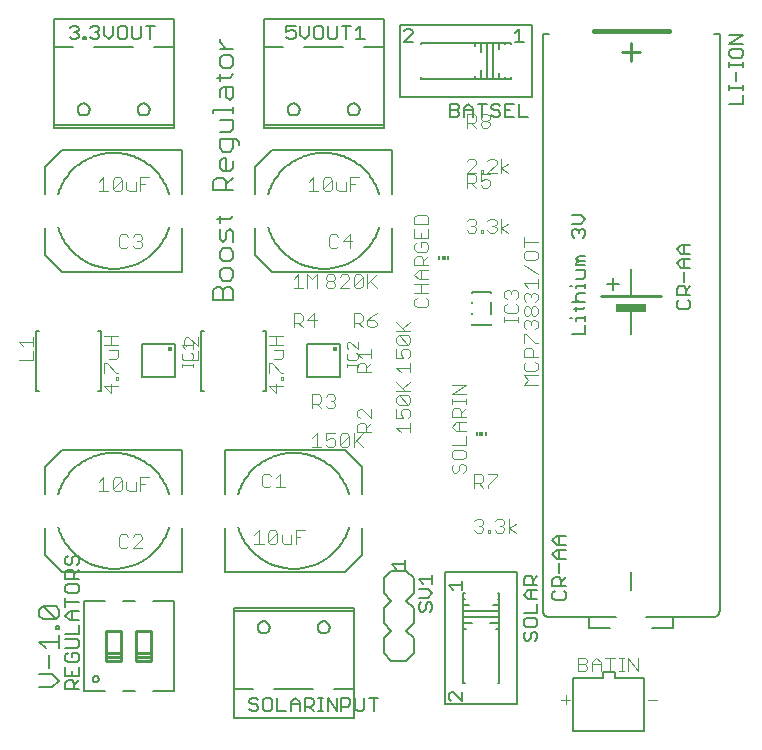
<source format=gto>
G75*
%MOIN*%
%OFA0B0*%
%FSLAX25Y25*%
%IPPOS*%
%LPD*%
%AMOC8*
5,1,8,0,0,1.08239X$1,22.5*
%
%ADD10C,0.00600*%
%ADD11C,0.00500*%
%ADD12C,0.00800*%
%ADD13C,0.00400*%
%ADD14C,0.01575*%
%ADD15C,0.00300*%
%ADD16C,0.01000*%
%ADD17R,0.00591X0.01181*%
%ADD18R,0.01181X0.01181*%
%ADD19C,0.01600*%
%ADD20R,0.10000X0.02500*%
D10*
X0016895Y0022895D02*
X0021165Y0022895D01*
X0023300Y0025030D01*
X0021165Y0027166D01*
X0016895Y0027166D01*
X0020097Y0029341D02*
X0020097Y0033611D01*
X0019030Y0035786D02*
X0016895Y0037921D01*
X0023300Y0037921D01*
X0023300Y0035786D02*
X0023300Y0040057D01*
X0023300Y0042232D02*
X0022232Y0042232D01*
X0022232Y0043299D01*
X0023300Y0043299D01*
X0023300Y0042232D01*
X0022232Y0045454D02*
X0017962Y0049725D01*
X0022232Y0049725D01*
X0023300Y0048657D01*
X0023300Y0046522D01*
X0022232Y0045454D01*
X0017962Y0045454D01*
X0016895Y0046522D01*
X0016895Y0048657D01*
X0017962Y0049725D01*
X0031600Y0051600D02*
X0038600Y0051600D01*
X0031600Y0051600D02*
X0031600Y0021600D01*
X0038600Y0021600D01*
X0034600Y0025600D02*
X0034602Y0025663D01*
X0034608Y0025725D01*
X0034618Y0025787D01*
X0034631Y0025849D01*
X0034649Y0025909D01*
X0034670Y0025968D01*
X0034695Y0026026D01*
X0034724Y0026082D01*
X0034756Y0026136D01*
X0034791Y0026188D01*
X0034829Y0026237D01*
X0034871Y0026285D01*
X0034915Y0026329D01*
X0034963Y0026371D01*
X0035012Y0026409D01*
X0035064Y0026444D01*
X0035118Y0026476D01*
X0035174Y0026505D01*
X0035232Y0026530D01*
X0035291Y0026551D01*
X0035351Y0026569D01*
X0035413Y0026582D01*
X0035475Y0026592D01*
X0035537Y0026598D01*
X0035600Y0026600D01*
X0035663Y0026598D01*
X0035725Y0026592D01*
X0035787Y0026582D01*
X0035849Y0026569D01*
X0035909Y0026551D01*
X0035968Y0026530D01*
X0036026Y0026505D01*
X0036082Y0026476D01*
X0036136Y0026444D01*
X0036188Y0026409D01*
X0036237Y0026371D01*
X0036285Y0026329D01*
X0036329Y0026285D01*
X0036371Y0026237D01*
X0036409Y0026188D01*
X0036444Y0026136D01*
X0036476Y0026082D01*
X0036505Y0026026D01*
X0036530Y0025968D01*
X0036551Y0025909D01*
X0036569Y0025849D01*
X0036582Y0025787D01*
X0036592Y0025725D01*
X0036598Y0025663D01*
X0036600Y0025600D01*
X0036598Y0025537D01*
X0036592Y0025475D01*
X0036582Y0025413D01*
X0036569Y0025351D01*
X0036551Y0025291D01*
X0036530Y0025232D01*
X0036505Y0025174D01*
X0036476Y0025118D01*
X0036444Y0025064D01*
X0036409Y0025012D01*
X0036371Y0024963D01*
X0036329Y0024915D01*
X0036285Y0024871D01*
X0036237Y0024829D01*
X0036188Y0024791D01*
X0036136Y0024756D01*
X0036082Y0024724D01*
X0036026Y0024695D01*
X0035968Y0024670D01*
X0035909Y0024649D01*
X0035849Y0024631D01*
X0035787Y0024618D01*
X0035725Y0024608D01*
X0035663Y0024602D01*
X0035600Y0024600D01*
X0035537Y0024602D01*
X0035475Y0024608D01*
X0035413Y0024618D01*
X0035351Y0024631D01*
X0035291Y0024649D01*
X0035232Y0024670D01*
X0035174Y0024695D01*
X0035118Y0024724D01*
X0035064Y0024756D01*
X0035012Y0024791D01*
X0034963Y0024829D01*
X0034915Y0024871D01*
X0034871Y0024915D01*
X0034829Y0024963D01*
X0034791Y0025012D01*
X0034756Y0025064D01*
X0034724Y0025118D01*
X0034695Y0025174D01*
X0034670Y0025232D01*
X0034649Y0025291D01*
X0034631Y0025351D01*
X0034618Y0025413D01*
X0034608Y0025475D01*
X0034602Y0025537D01*
X0034600Y0025600D01*
X0044600Y0021600D02*
X0048600Y0021600D01*
X0054600Y0021600D02*
X0061600Y0021600D01*
X0061600Y0051600D01*
X0054600Y0051600D01*
X0048600Y0051600D02*
X0044600Y0051600D01*
X0081600Y0049100D02*
X0081600Y0048100D01*
X0081600Y0022100D01*
X0081600Y0012600D01*
X0121600Y0012600D01*
X0121600Y0022100D01*
X0121600Y0048100D01*
X0121600Y0049100D01*
X0081600Y0049100D01*
X0081600Y0048100D02*
X0121600Y0048100D01*
X0131600Y0049100D02*
X0131600Y0044100D01*
X0134100Y0041600D01*
X0131600Y0039100D01*
X0131600Y0034100D01*
X0134100Y0031600D01*
X0139100Y0031600D01*
X0141600Y0034100D01*
X0141600Y0039100D01*
X0139100Y0041600D01*
X0141600Y0044100D01*
X0141600Y0049100D01*
X0139100Y0051600D01*
X0141600Y0054100D01*
X0141600Y0059100D01*
X0139100Y0061600D01*
X0134100Y0061600D01*
X0131600Y0059100D01*
X0131600Y0054100D01*
X0134100Y0051600D01*
X0131600Y0049100D01*
X0109600Y0042800D02*
X0109602Y0042889D01*
X0109608Y0042978D01*
X0109618Y0043067D01*
X0109632Y0043155D01*
X0109649Y0043242D01*
X0109671Y0043328D01*
X0109697Y0043414D01*
X0109726Y0043498D01*
X0109759Y0043581D01*
X0109795Y0043662D01*
X0109836Y0043742D01*
X0109879Y0043819D01*
X0109926Y0043895D01*
X0109977Y0043968D01*
X0110030Y0044039D01*
X0110087Y0044108D01*
X0110147Y0044174D01*
X0110210Y0044238D01*
X0110275Y0044298D01*
X0110343Y0044356D01*
X0110414Y0044410D01*
X0110487Y0044461D01*
X0110562Y0044509D01*
X0110639Y0044554D01*
X0110718Y0044595D01*
X0110799Y0044632D01*
X0110881Y0044666D01*
X0110965Y0044697D01*
X0111050Y0044723D01*
X0111136Y0044746D01*
X0111223Y0044764D01*
X0111311Y0044779D01*
X0111400Y0044790D01*
X0111489Y0044797D01*
X0111578Y0044800D01*
X0111667Y0044799D01*
X0111756Y0044794D01*
X0111844Y0044785D01*
X0111933Y0044772D01*
X0112020Y0044755D01*
X0112107Y0044735D01*
X0112193Y0044710D01*
X0112277Y0044682D01*
X0112360Y0044650D01*
X0112442Y0044614D01*
X0112522Y0044575D01*
X0112600Y0044532D01*
X0112676Y0044486D01*
X0112750Y0044436D01*
X0112822Y0044383D01*
X0112891Y0044327D01*
X0112958Y0044268D01*
X0113022Y0044206D01*
X0113083Y0044142D01*
X0113142Y0044074D01*
X0113197Y0044004D01*
X0113249Y0043932D01*
X0113298Y0043857D01*
X0113343Y0043781D01*
X0113385Y0043702D01*
X0113423Y0043622D01*
X0113458Y0043540D01*
X0113489Y0043456D01*
X0113517Y0043371D01*
X0113540Y0043285D01*
X0113560Y0043198D01*
X0113576Y0043111D01*
X0113588Y0043022D01*
X0113596Y0042934D01*
X0113600Y0042845D01*
X0113600Y0042755D01*
X0113596Y0042666D01*
X0113588Y0042578D01*
X0113576Y0042489D01*
X0113560Y0042402D01*
X0113540Y0042315D01*
X0113517Y0042229D01*
X0113489Y0042144D01*
X0113458Y0042060D01*
X0113423Y0041978D01*
X0113385Y0041898D01*
X0113343Y0041819D01*
X0113298Y0041743D01*
X0113249Y0041668D01*
X0113197Y0041596D01*
X0113142Y0041526D01*
X0113083Y0041458D01*
X0113022Y0041394D01*
X0112958Y0041332D01*
X0112891Y0041273D01*
X0112822Y0041217D01*
X0112750Y0041164D01*
X0112676Y0041114D01*
X0112600Y0041068D01*
X0112522Y0041025D01*
X0112442Y0040986D01*
X0112360Y0040950D01*
X0112277Y0040918D01*
X0112193Y0040890D01*
X0112107Y0040865D01*
X0112020Y0040845D01*
X0111933Y0040828D01*
X0111844Y0040815D01*
X0111756Y0040806D01*
X0111667Y0040801D01*
X0111578Y0040800D01*
X0111489Y0040803D01*
X0111400Y0040810D01*
X0111311Y0040821D01*
X0111223Y0040836D01*
X0111136Y0040854D01*
X0111050Y0040877D01*
X0110965Y0040903D01*
X0110881Y0040934D01*
X0110799Y0040968D01*
X0110718Y0041005D01*
X0110639Y0041046D01*
X0110562Y0041091D01*
X0110487Y0041139D01*
X0110414Y0041190D01*
X0110343Y0041244D01*
X0110275Y0041302D01*
X0110210Y0041362D01*
X0110147Y0041426D01*
X0110087Y0041492D01*
X0110030Y0041561D01*
X0109977Y0041632D01*
X0109926Y0041705D01*
X0109879Y0041781D01*
X0109836Y0041858D01*
X0109795Y0041938D01*
X0109759Y0042019D01*
X0109726Y0042102D01*
X0109697Y0042186D01*
X0109671Y0042272D01*
X0109649Y0042358D01*
X0109632Y0042445D01*
X0109618Y0042533D01*
X0109608Y0042622D01*
X0109602Y0042711D01*
X0109600Y0042800D01*
X0089600Y0042800D02*
X0089602Y0042889D01*
X0089608Y0042978D01*
X0089618Y0043067D01*
X0089632Y0043155D01*
X0089649Y0043242D01*
X0089671Y0043328D01*
X0089697Y0043414D01*
X0089726Y0043498D01*
X0089759Y0043581D01*
X0089795Y0043662D01*
X0089836Y0043742D01*
X0089879Y0043819D01*
X0089926Y0043895D01*
X0089977Y0043968D01*
X0090030Y0044039D01*
X0090087Y0044108D01*
X0090147Y0044174D01*
X0090210Y0044238D01*
X0090275Y0044298D01*
X0090343Y0044356D01*
X0090414Y0044410D01*
X0090487Y0044461D01*
X0090562Y0044509D01*
X0090639Y0044554D01*
X0090718Y0044595D01*
X0090799Y0044632D01*
X0090881Y0044666D01*
X0090965Y0044697D01*
X0091050Y0044723D01*
X0091136Y0044746D01*
X0091223Y0044764D01*
X0091311Y0044779D01*
X0091400Y0044790D01*
X0091489Y0044797D01*
X0091578Y0044800D01*
X0091667Y0044799D01*
X0091756Y0044794D01*
X0091844Y0044785D01*
X0091933Y0044772D01*
X0092020Y0044755D01*
X0092107Y0044735D01*
X0092193Y0044710D01*
X0092277Y0044682D01*
X0092360Y0044650D01*
X0092442Y0044614D01*
X0092522Y0044575D01*
X0092600Y0044532D01*
X0092676Y0044486D01*
X0092750Y0044436D01*
X0092822Y0044383D01*
X0092891Y0044327D01*
X0092958Y0044268D01*
X0093022Y0044206D01*
X0093083Y0044142D01*
X0093142Y0044074D01*
X0093197Y0044004D01*
X0093249Y0043932D01*
X0093298Y0043857D01*
X0093343Y0043781D01*
X0093385Y0043702D01*
X0093423Y0043622D01*
X0093458Y0043540D01*
X0093489Y0043456D01*
X0093517Y0043371D01*
X0093540Y0043285D01*
X0093560Y0043198D01*
X0093576Y0043111D01*
X0093588Y0043022D01*
X0093596Y0042934D01*
X0093600Y0042845D01*
X0093600Y0042755D01*
X0093596Y0042666D01*
X0093588Y0042578D01*
X0093576Y0042489D01*
X0093560Y0042402D01*
X0093540Y0042315D01*
X0093517Y0042229D01*
X0093489Y0042144D01*
X0093458Y0042060D01*
X0093423Y0041978D01*
X0093385Y0041898D01*
X0093343Y0041819D01*
X0093298Y0041743D01*
X0093249Y0041668D01*
X0093197Y0041596D01*
X0093142Y0041526D01*
X0093083Y0041458D01*
X0093022Y0041394D01*
X0092958Y0041332D01*
X0092891Y0041273D01*
X0092822Y0041217D01*
X0092750Y0041164D01*
X0092676Y0041114D01*
X0092600Y0041068D01*
X0092522Y0041025D01*
X0092442Y0040986D01*
X0092360Y0040950D01*
X0092277Y0040918D01*
X0092193Y0040890D01*
X0092107Y0040865D01*
X0092020Y0040845D01*
X0091933Y0040828D01*
X0091844Y0040815D01*
X0091756Y0040806D01*
X0091667Y0040801D01*
X0091578Y0040800D01*
X0091489Y0040803D01*
X0091400Y0040810D01*
X0091311Y0040821D01*
X0091223Y0040836D01*
X0091136Y0040854D01*
X0091050Y0040877D01*
X0090965Y0040903D01*
X0090881Y0040934D01*
X0090799Y0040968D01*
X0090718Y0041005D01*
X0090639Y0041046D01*
X0090562Y0041091D01*
X0090487Y0041139D01*
X0090414Y0041190D01*
X0090343Y0041244D01*
X0090275Y0041302D01*
X0090210Y0041362D01*
X0090147Y0041426D01*
X0090087Y0041492D01*
X0090030Y0041561D01*
X0089977Y0041632D01*
X0089926Y0041705D01*
X0089879Y0041781D01*
X0089836Y0041858D01*
X0089795Y0041938D01*
X0089759Y0042019D01*
X0089726Y0042102D01*
X0089697Y0042186D01*
X0089671Y0042272D01*
X0089649Y0042358D01*
X0089632Y0042445D01*
X0089618Y0042533D01*
X0089608Y0042622D01*
X0089602Y0042711D01*
X0089600Y0042800D01*
X0088100Y0022100D02*
X0081600Y0022100D01*
X0095100Y0022100D02*
X0108100Y0022100D01*
X0115100Y0022100D02*
X0121600Y0022100D01*
X0152100Y0017100D02*
X0152100Y0061100D01*
X0176100Y0061100D01*
X0176100Y0017100D01*
X0152100Y0017100D01*
X0158100Y0024100D02*
X0158600Y0024100D01*
X0158100Y0024100D02*
X0158100Y0042100D01*
X0158100Y0044100D01*
X0158100Y0046100D01*
X0158100Y0048100D01*
X0158100Y0050100D01*
X0158100Y0052100D01*
X0158100Y0054100D01*
X0158600Y0054100D01*
X0158600Y0052100D02*
X0158100Y0052100D01*
X0158100Y0050100D02*
X0160100Y0050100D01*
X0158100Y0048100D02*
X0170100Y0048100D01*
X0170100Y0050100D01*
X0168100Y0050100D01*
X0170100Y0050100D02*
X0170100Y0052100D01*
X0169600Y0052100D01*
X0170100Y0052100D02*
X0170100Y0054100D01*
X0169600Y0054100D01*
X0170100Y0048100D02*
X0170100Y0046100D01*
X0170100Y0044100D01*
X0170100Y0042100D01*
X0170100Y0024100D01*
X0169600Y0024100D01*
X0170100Y0042100D02*
X0169100Y0042100D01*
X0170100Y0044100D02*
X0167100Y0044100D01*
X0170100Y0046100D02*
X0158100Y0046100D01*
X0158100Y0044100D02*
X0161100Y0044100D01*
X0159100Y0042100D02*
X0158100Y0042100D01*
X0184600Y0048600D02*
X0184600Y0240600D01*
X0186600Y0240600D01*
X0181100Y0243600D02*
X0181100Y0219600D01*
X0137100Y0219600D01*
X0137100Y0243600D01*
X0181100Y0243600D01*
X0174100Y0237600D02*
X0174100Y0237100D01*
X0174100Y0237600D02*
X0172100Y0237600D01*
X0172100Y0237100D01*
X0172100Y0237600D02*
X0170100Y0237600D01*
X0170100Y0235600D01*
X0170100Y0237600D02*
X0168100Y0237600D01*
X0168100Y0225600D01*
X0170100Y0225600D01*
X0170100Y0227600D01*
X0170100Y0225600D02*
X0172100Y0225600D01*
X0172100Y0226100D01*
X0172100Y0225600D02*
X0174100Y0225600D01*
X0174100Y0226100D01*
X0168100Y0225600D02*
X0166100Y0225600D01*
X0164100Y0225600D01*
X0162100Y0225600D01*
X0144100Y0225600D01*
X0144100Y0226100D01*
X0144100Y0237100D02*
X0144100Y0237600D01*
X0162100Y0237600D01*
X0164100Y0237600D01*
X0166100Y0237600D01*
X0168100Y0237600D01*
X0166100Y0237600D02*
X0166100Y0225600D01*
X0164100Y0225600D02*
X0164100Y0228600D01*
X0162100Y0226600D02*
X0162100Y0225600D01*
X0164100Y0234600D02*
X0164100Y0237600D01*
X0162100Y0237600D02*
X0162100Y0236600D01*
X0131600Y0236100D02*
X0131600Y0210100D01*
X0131600Y0209100D01*
X0091600Y0209100D01*
X0091600Y0210100D01*
X0091600Y0236100D01*
X0098100Y0236100D01*
X0091600Y0236100D02*
X0091600Y0245600D01*
X0131600Y0245600D01*
X0131600Y0236100D01*
X0125100Y0236100D01*
X0118100Y0236100D02*
X0105100Y0236100D01*
X0099600Y0215400D02*
X0099602Y0215489D01*
X0099608Y0215578D01*
X0099618Y0215667D01*
X0099632Y0215755D01*
X0099649Y0215842D01*
X0099671Y0215928D01*
X0099697Y0216014D01*
X0099726Y0216098D01*
X0099759Y0216181D01*
X0099795Y0216262D01*
X0099836Y0216342D01*
X0099879Y0216419D01*
X0099926Y0216495D01*
X0099977Y0216568D01*
X0100030Y0216639D01*
X0100087Y0216708D01*
X0100147Y0216774D01*
X0100210Y0216838D01*
X0100275Y0216898D01*
X0100343Y0216956D01*
X0100414Y0217010D01*
X0100487Y0217061D01*
X0100562Y0217109D01*
X0100639Y0217154D01*
X0100718Y0217195D01*
X0100799Y0217232D01*
X0100881Y0217266D01*
X0100965Y0217297D01*
X0101050Y0217323D01*
X0101136Y0217346D01*
X0101223Y0217364D01*
X0101311Y0217379D01*
X0101400Y0217390D01*
X0101489Y0217397D01*
X0101578Y0217400D01*
X0101667Y0217399D01*
X0101756Y0217394D01*
X0101844Y0217385D01*
X0101933Y0217372D01*
X0102020Y0217355D01*
X0102107Y0217335D01*
X0102193Y0217310D01*
X0102277Y0217282D01*
X0102360Y0217250D01*
X0102442Y0217214D01*
X0102522Y0217175D01*
X0102600Y0217132D01*
X0102676Y0217086D01*
X0102750Y0217036D01*
X0102822Y0216983D01*
X0102891Y0216927D01*
X0102958Y0216868D01*
X0103022Y0216806D01*
X0103083Y0216742D01*
X0103142Y0216674D01*
X0103197Y0216604D01*
X0103249Y0216532D01*
X0103298Y0216457D01*
X0103343Y0216381D01*
X0103385Y0216302D01*
X0103423Y0216222D01*
X0103458Y0216140D01*
X0103489Y0216056D01*
X0103517Y0215971D01*
X0103540Y0215885D01*
X0103560Y0215798D01*
X0103576Y0215711D01*
X0103588Y0215622D01*
X0103596Y0215534D01*
X0103600Y0215445D01*
X0103600Y0215355D01*
X0103596Y0215266D01*
X0103588Y0215178D01*
X0103576Y0215089D01*
X0103560Y0215002D01*
X0103540Y0214915D01*
X0103517Y0214829D01*
X0103489Y0214744D01*
X0103458Y0214660D01*
X0103423Y0214578D01*
X0103385Y0214498D01*
X0103343Y0214419D01*
X0103298Y0214343D01*
X0103249Y0214268D01*
X0103197Y0214196D01*
X0103142Y0214126D01*
X0103083Y0214058D01*
X0103022Y0213994D01*
X0102958Y0213932D01*
X0102891Y0213873D01*
X0102822Y0213817D01*
X0102750Y0213764D01*
X0102676Y0213714D01*
X0102600Y0213668D01*
X0102522Y0213625D01*
X0102442Y0213586D01*
X0102360Y0213550D01*
X0102277Y0213518D01*
X0102193Y0213490D01*
X0102107Y0213465D01*
X0102020Y0213445D01*
X0101933Y0213428D01*
X0101844Y0213415D01*
X0101756Y0213406D01*
X0101667Y0213401D01*
X0101578Y0213400D01*
X0101489Y0213403D01*
X0101400Y0213410D01*
X0101311Y0213421D01*
X0101223Y0213436D01*
X0101136Y0213454D01*
X0101050Y0213477D01*
X0100965Y0213503D01*
X0100881Y0213534D01*
X0100799Y0213568D01*
X0100718Y0213605D01*
X0100639Y0213646D01*
X0100562Y0213691D01*
X0100487Y0213739D01*
X0100414Y0213790D01*
X0100343Y0213844D01*
X0100275Y0213902D01*
X0100210Y0213962D01*
X0100147Y0214026D01*
X0100087Y0214092D01*
X0100030Y0214161D01*
X0099977Y0214232D01*
X0099926Y0214305D01*
X0099879Y0214381D01*
X0099836Y0214458D01*
X0099795Y0214538D01*
X0099759Y0214619D01*
X0099726Y0214702D01*
X0099697Y0214786D01*
X0099671Y0214872D01*
X0099649Y0214958D01*
X0099632Y0215045D01*
X0099618Y0215133D01*
X0099608Y0215222D01*
X0099602Y0215311D01*
X0099600Y0215400D01*
X0091600Y0210100D02*
X0131600Y0210100D01*
X0119600Y0215400D02*
X0119602Y0215489D01*
X0119608Y0215578D01*
X0119618Y0215667D01*
X0119632Y0215755D01*
X0119649Y0215842D01*
X0119671Y0215928D01*
X0119697Y0216014D01*
X0119726Y0216098D01*
X0119759Y0216181D01*
X0119795Y0216262D01*
X0119836Y0216342D01*
X0119879Y0216419D01*
X0119926Y0216495D01*
X0119977Y0216568D01*
X0120030Y0216639D01*
X0120087Y0216708D01*
X0120147Y0216774D01*
X0120210Y0216838D01*
X0120275Y0216898D01*
X0120343Y0216956D01*
X0120414Y0217010D01*
X0120487Y0217061D01*
X0120562Y0217109D01*
X0120639Y0217154D01*
X0120718Y0217195D01*
X0120799Y0217232D01*
X0120881Y0217266D01*
X0120965Y0217297D01*
X0121050Y0217323D01*
X0121136Y0217346D01*
X0121223Y0217364D01*
X0121311Y0217379D01*
X0121400Y0217390D01*
X0121489Y0217397D01*
X0121578Y0217400D01*
X0121667Y0217399D01*
X0121756Y0217394D01*
X0121844Y0217385D01*
X0121933Y0217372D01*
X0122020Y0217355D01*
X0122107Y0217335D01*
X0122193Y0217310D01*
X0122277Y0217282D01*
X0122360Y0217250D01*
X0122442Y0217214D01*
X0122522Y0217175D01*
X0122600Y0217132D01*
X0122676Y0217086D01*
X0122750Y0217036D01*
X0122822Y0216983D01*
X0122891Y0216927D01*
X0122958Y0216868D01*
X0123022Y0216806D01*
X0123083Y0216742D01*
X0123142Y0216674D01*
X0123197Y0216604D01*
X0123249Y0216532D01*
X0123298Y0216457D01*
X0123343Y0216381D01*
X0123385Y0216302D01*
X0123423Y0216222D01*
X0123458Y0216140D01*
X0123489Y0216056D01*
X0123517Y0215971D01*
X0123540Y0215885D01*
X0123560Y0215798D01*
X0123576Y0215711D01*
X0123588Y0215622D01*
X0123596Y0215534D01*
X0123600Y0215445D01*
X0123600Y0215355D01*
X0123596Y0215266D01*
X0123588Y0215178D01*
X0123576Y0215089D01*
X0123560Y0215002D01*
X0123540Y0214915D01*
X0123517Y0214829D01*
X0123489Y0214744D01*
X0123458Y0214660D01*
X0123423Y0214578D01*
X0123385Y0214498D01*
X0123343Y0214419D01*
X0123298Y0214343D01*
X0123249Y0214268D01*
X0123197Y0214196D01*
X0123142Y0214126D01*
X0123083Y0214058D01*
X0123022Y0213994D01*
X0122958Y0213932D01*
X0122891Y0213873D01*
X0122822Y0213817D01*
X0122750Y0213764D01*
X0122676Y0213714D01*
X0122600Y0213668D01*
X0122522Y0213625D01*
X0122442Y0213586D01*
X0122360Y0213550D01*
X0122277Y0213518D01*
X0122193Y0213490D01*
X0122107Y0213465D01*
X0122020Y0213445D01*
X0121933Y0213428D01*
X0121844Y0213415D01*
X0121756Y0213406D01*
X0121667Y0213401D01*
X0121578Y0213400D01*
X0121489Y0213403D01*
X0121400Y0213410D01*
X0121311Y0213421D01*
X0121223Y0213436D01*
X0121136Y0213454D01*
X0121050Y0213477D01*
X0120965Y0213503D01*
X0120881Y0213534D01*
X0120799Y0213568D01*
X0120718Y0213605D01*
X0120639Y0213646D01*
X0120562Y0213691D01*
X0120487Y0213739D01*
X0120414Y0213790D01*
X0120343Y0213844D01*
X0120275Y0213902D01*
X0120210Y0213962D01*
X0120147Y0214026D01*
X0120087Y0214092D01*
X0120030Y0214161D01*
X0119977Y0214232D01*
X0119926Y0214305D01*
X0119879Y0214381D01*
X0119836Y0214458D01*
X0119795Y0214538D01*
X0119759Y0214619D01*
X0119726Y0214702D01*
X0119697Y0214786D01*
X0119671Y0214872D01*
X0119649Y0214958D01*
X0119632Y0215045D01*
X0119618Y0215133D01*
X0119608Y0215222D01*
X0119602Y0215311D01*
X0119600Y0215400D01*
X0083435Y0204518D02*
X0083435Y0203451D01*
X0083435Y0204518D02*
X0082368Y0205586D01*
X0077030Y0205586D01*
X0077030Y0202383D01*
X0078097Y0201315D01*
X0080232Y0201315D01*
X0081300Y0202383D01*
X0081300Y0205586D01*
X0080232Y0207761D02*
X0081300Y0208829D01*
X0081300Y0212031D01*
X0077030Y0212031D01*
X0074895Y0214206D02*
X0074895Y0215274D01*
X0081300Y0215274D01*
X0081300Y0214206D02*
X0081300Y0216342D01*
X0080232Y0218503D02*
X0079165Y0219571D01*
X0079165Y0222774D01*
X0078097Y0222774D02*
X0081300Y0222774D01*
X0081300Y0219571D01*
X0080232Y0218503D01*
X0077030Y0219571D02*
X0077030Y0221706D01*
X0078097Y0222774D01*
X0077030Y0224949D02*
X0077030Y0227084D01*
X0075962Y0226017D02*
X0080232Y0226017D01*
X0081300Y0227084D01*
X0080232Y0229246D02*
X0078097Y0229246D01*
X0077030Y0230314D01*
X0077030Y0232449D01*
X0078097Y0233516D01*
X0080232Y0233516D01*
X0081300Y0232449D01*
X0081300Y0230314D01*
X0080232Y0229246D01*
X0079165Y0235691D02*
X0077030Y0237827D01*
X0077030Y0238894D01*
X0077030Y0235691D02*
X0081300Y0235691D01*
X0061600Y0236100D02*
X0061600Y0245600D01*
X0021600Y0245600D01*
X0021600Y0236100D01*
X0021600Y0210100D01*
X0021600Y0209100D01*
X0061600Y0209100D01*
X0061600Y0210100D01*
X0061600Y0236100D01*
X0055100Y0236100D01*
X0048100Y0236100D02*
X0035100Y0236100D01*
X0028100Y0236100D02*
X0021600Y0236100D01*
X0029600Y0215400D02*
X0029602Y0215489D01*
X0029608Y0215578D01*
X0029618Y0215667D01*
X0029632Y0215755D01*
X0029649Y0215842D01*
X0029671Y0215928D01*
X0029697Y0216014D01*
X0029726Y0216098D01*
X0029759Y0216181D01*
X0029795Y0216262D01*
X0029836Y0216342D01*
X0029879Y0216419D01*
X0029926Y0216495D01*
X0029977Y0216568D01*
X0030030Y0216639D01*
X0030087Y0216708D01*
X0030147Y0216774D01*
X0030210Y0216838D01*
X0030275Y0216898D01*
X0030343Y0216956D01*
X0030414Y0217010D01*
X0030487Y0217061D01*
X0030562Y0217109D01*
X0030639Y0217154D01*
X0030718Y0217195D01*
X0030799Y0217232D01*
X0030881Y0217266D01*
X0030965Y0217297D01*
X0031050Y0217323D01*
X0031136Y0217346D01*
X0031223Y0217364D01*
X0031311Y0217379D01*
X0031400Y0217390D01*
X0031489Y0217397D01*
X0031578Y0217400D01*
X0031667Y0217399D01*
X0031756Y0217394D01*
X0031844Y0217385D01*
X0031933Y0217372D01*
X0032020Y0217355D01*
X0032107Y0217335D01*
X0032193Y0217310D01*
X0032277Y0217282D01*
X0032360Y0217250D01*
X0032442Y0217214D01*
X0032522Y0217175D01*
X0032600Y0217132D01*
X0032676Y0217086D01*
X0032750Y0217036D01*
X0032822Y0216983D01*
X0032891Y0216927D01*
X0032958Y0216868D01*
X0033022Y0216806D01*
X0033083Y0216742D01*
X0033142Y0216674D01*
X0033197Y0216604D01*
X0033249Y0216532D01*
X0033298Y0216457D01*
X0033343Y0216381D01*
X0033385Y0216302D01*
X0033423Y0216222D01*
X0033458Y0216140D01*
X0033489Y0216056D01*
X0033517Y0215971D01*
X0033540Y0215885D01*
X0033560Y0215798D01*
X0033576Y0215711D01*
X0033588Y0215622D01*
X0033596Y0215534D01*
X0033600Y0215445D01*
X0033600Y0215355D01*
X0033596Y0215266D01*
X0033588Y0215178D01*
X0033576Y0215089D01*
X0033560Y0215002D01*
X0033540Y0214915D01*
X0033517Y0214829D01*
X0033489Y0214744D01*
X0033458Y0214660D01*
X0033423Y0214578D01*
X0033385Y0214498D01*
X0033343Y0214419D01*
X0033298Y0214343D01*
X0033249Y0214268D01*
X0033197Y0214196D01*
X0033142Y0214126D01*
X0033083Y0214058D01*
X0033022Y0213994D01*
X0032958Y0213932D01*
X0032891Y0213873D01*
X0032822Y0213817D01*
X0032750Y0213764D01*
X0032676Y0213714D01*
X0032600Y0213668D01*
X0032522Y0213625D01*
X0032442Y0213586D01*
X0032360Y0213550D01*
X0032277Y0213518D01*
X0032193Y0213490D01*
X0032107Y0213465D01*
X0032020Y0213445D01*
X0031933Y0213428D01*
X0031844Y0213415D01*
X0031756Y0213406D01*
X0031667Y0213401D01*
X0031578Y0213400D01*
X0031489Y0213403D01*
X0031400Y0213410D01*
X0031311Y0213421D01*
X0031223Y0213436D01*
X0031136Y0213454D01*
X0031050Y0213477D01*
X0030965Y0213503D01*
X0030881Y0213534D01*
X0030799Y0213568D01*
X0030718Y0213605D01*
X0030639Y0213646D01*
X0030562Y0213691D01*
X0030487Y0213739D01*
X0030414Y0213790D01*
X0030343Y0213844D01*
X0030275Y0213902D01*
X0030210Y0213962D01*
X0030147Y0214026D01*
X0030087Y0214092D01*
X0030030Y0214161D01*
X0029977Y0214232D01*
X0029926Y0214305D01*
X0029879Y0214381D01*
X0029836Y0214458D01*
X0029795Y0214538D01*
X0029759Y0214619D01*
X0029726Y0214702D01*
X0029697Y0214786D01*
X0029671Y0214872D01*
X0029649Y0214958D01*
X0029632Y0215045D01*
X0029618Y0215133D01*
X0029608Y0215222D01*
X0029602Y0215311D01*
X0029600Y0215400D01*
X0021600Y0210100D02*
X0061600Y0210100D01*
X0049600Y0215400D02*
X0049602Y0215489D01*
X0049608Y0215578D01*
X0049618Y0215667D01*
X0049632Y0215755D01*
X0049649Y0215842D01*
X0049671Y0215928D01*
X0049697Y0216014D01*
X0049726Y0216098D01*
X0049759Y0216181D01*
X0049795Y0216262D01*
X0049836Y0216342D01*
X0049879Y0216419D01*
X0049926Y0216495D01*
X0049977Y0216568D01*
X0050030Y0216639D01*
X0050087Y0216708D01*
X0050147Y0216774D01*
X0050210Y0216838D01*
X0050275Y0216898D01*
X0050343Y0216956D01*
X0050414Y0217010D01*
X0050487Y0217061D01*
X0050562Y0217109D01*
X0050639Y0217154D01*
X0050718Y0217195D01*
X0050799Y0217232D01*
X0050881Y0217266D01*
X0050965Y0217297D01*
X0051050Y0217323D01*
X0051136Y0217346D01*
X0051223Y0217364D01*
X0051311Y0217379D01*
X0051400Y0217390D01*
X0051489Y0217397D01*
X0051578Y0217400D01*
X0051667Y0217399D01*
X0051756Y0217394D01*
X0051844Y0217385D01*
X0051933Y0217372D01*
X0052020Y0217355D01*
X0052107Y0217335D01*
X0052193Y0217310D01*
X0052277Y0217282D01*
X0052360Y0217250D01*
X0052442Y0217214D01*
X0052522Y0217175D01*
X0052600Y0217132D01*
X0052676Y0217086D01*
X0052750Y0217036D01*
X0052822Y0216983D01*
X0052891Y0216927D01*
X0052958Y0216868D01*
X0053022Y0216806D01*
X0053083Y0216742D01*
X0053142Y0216674D01*
X0053197Y0216604D01*
X0053249Y0216532D01*
X0053298Y0216457D01*
X0053343Y0216381D01*
X0053385Y0216302D01*
X0053423Y0216222D01*
X0053458Y0216140D01*
X0053489Y0216056D01*
X0053517Y0215971D01*
X0053540Y0215885D01*
X0053560Y0215798D01*
X0053576Y0215711D01*
X0053588Y0215622D01*
X0053596Y0215534D01*
X0053600Y0215445D01*
X0053600Y0215355D01*
X0053596Y0215266D01*
X0053588Y0215178D01*
X0053576Y0215089D01*
X0053560Y0215002D01*
X0053540Y0214915D01*
X0053517Y0214829D01*
X0053489Y0214744D01*
X0053458Y0214660D01*
X0053423Y0214578D01*
X0053385Y0214498D01*
X0053343Y0214419D01*
X0053298Y0214343D01*
X0053249Y0214268D01*
X0053197Y0214196D01*
X0053142Y0214126D01*
X0053083Y0214058D01*
X0053022Y0213994D01*
X0052958Y0213932D01*
X0052891Y0213873D01*
X0052822Y0213817D01*
X0052750Y0213764D01*
X0052676Y0213714D01*
X0052600Y0213668D01*
X0052522Y0213625D01*
X0052442Y0213586D01*
X0052360Y0213550D01*
X0052277Y0213518D01*
X0052193Y0213490D01*
X0052107Y0213465D01*
X0052020Y0213445D01*
X0051933Y0213428D01*
X0051844Y0213415D01*
X0051756Y0213406D01*
X0051667Y0213401D01*
X0051578Y0213400D01*
X0051489Y0213403D01*
X0051400Y0213410D01*
X0051311Y0213421D01*
X0051223Y0213436D01*
X0051136Y0213454D01*
X0051050Y0213477D01*
X0050965Y0213503D01*
X0050881Y0213534D01*
X0050799Y0213568D01*
X0050718Y0213605D01*
X0050639Y0213646D01*
X0050562Y0213691D01*
X0050487Y0213739D01*
X0050414Y0213790D01*
X0050343Y0213844D01*
X0050275Y0213902D01*
X0050210Y0213962D01*
X0050147Y0214026D01*
X0050087Y0214092D01*
X0050030Y0214161D01*
X0049977Y0214232D01*
X0049926Y0214305D01*
X0049879Y0214381D01*
X0049836Y0214458D01*
X0049795Y0214538D01*
X0049759Y0214619D01*
X0049726Y0214702D01*
X0049697Y0214786D01*
X0049671Y0214872D01*
X0049649Y0214958D01*
X0049632Y0215045D01*
X0049618Y0215133D01*
X0049608Y0215222D01*
X0049602Y0215311D01*
X0049600Y0215400D01*
X0077030Y0207761D02*
X0080232Y0207761D01*
X0079165Y0199140D02*
X0079165Y0194870D01*
X0080232Y0194870D02*
X0078097Y0194870D01*
X0077030Y0195938D01*
X0077030Y0198073D01*
X0078097Y0199140D01*
X0079165Y0199140D01*
X0081300Y0198073D02*
X0081300Y0195938D01*
X0080232Y0194870D01*
X0081300Y0192695D02*
X0079165Y0190560D01*
X0079165Y0191627D02*
X0079165Y0188424D01*
X0081300Y0188424D02*
X0074895Y0188424D01*
X0074895Y0191627D01*
X0075962Y0192695D01*
X0078097Y0192695D01*
X0079165Y0191627D01*
X0081300Y0179817D02*
X0080232Y0178750D01*
X0075962Y0178750D01*
X0077030Y0179817D02*
X0077030Y0177682D01*
X0077030Y0175507D02*
X0077030Y0172304D01*
X0078097Y0171236D01*
X0079165Y0172304D01*
X0079165Y0174439D01*
X0080232Y0175507D01*
X0081300Y0174439D01*
X0081300Y0171236D01*
X0080232Y0169061D02*
X0078097Y0169061D01*
X0077030Y0167994D01*
X0077030Y0165859D01*
X0078097Y0164791D01*
X0080232Y0164791D01*
X0081300Y0165859D01*
X0081300Y0167994D01*
X0080232Y0169061D01*
X0080232Y0162616D02*
X0078097Y0162616D01*
X0077030Y0161548D01*
X0077030Y0159413D01*
X0078097Y0158345D01*
X0080232Y0158345D01*
X0081300Y0159413D01*
X0081300Y0161548D01*
X0080232Y0162616D01*
X0080232Y0156170D02*
X0079165Y0156170D01*
X0078097Y0155103D01*
X0078097Y0151900D01*
X0074895Y0151900D02*
X0074895Y0155103D01*
X0075962Y0156170D01*
X0077030Y0156170D01*
X0078097Y0155103D01*
X0080232Y0156170D02*
X0081300Y0155103D01*
X0081300Y0151900D01*
X0074895Y0151900D01*
X0160911Y0151155D02*
X0160911Y0150785D01*
X0160911Y0147415D02*
X0160911Y0147045D01*
X0160911Y0143872D02*
X0160911Y0143502D01*
X0167289Y0143502D01*
X0167289Y0143872D01*
X0167289Y0147045D02*
X0167289Y0151155D01*
X0167289Y0154328D02*
X0167289Y0154698D01*
X0160911Y0154698D01*
X0160911Y0154328D01*
X0206100Y0157100D02*
X0210100Y0157100D01*
X0208100Y0155100D02*
X0208100Y0159100D01*
X0214100Y0162100D02*
X0214100Y0153100D01*
X0214100Y0148100D02*
X0214100Y0140600D01*
X0214100Y0061100D02*
X0214100Y0055100D01*
X0209100Y0046100D02*
X0200100Y0046100D01*
X0187100Y0046100D01*
X0187002Y0046102D01*
X0186904Y0046108D01*
X0186806Y0046117D01*
X0186709Y0046131D01*
X0186612Y0046148D01*
X0186516Y0046169D01*
X0186421Y0046194D01*
X0186327Y0046222D01*
X0186235Y0046255D01*
X0186143Y0046290D01*
X0186053Y0046330D01*
X0185965Y0046372D01*
X0185878Y0046419D01*
X0185794Y0046468D01*
X0185711Y0046521D01*
X0185631Y0046577D01*
X0185552Y0046637D01*
X0185476Y0046699D01*
X0185403Y0046764D01*
X0185332Y0046832D01*
X0185264Y0046903D01*
X0185199Y0046976D01*
X0185137Y0047052D01*
X0185077Y0047131D01*
X0185021Y0047211D01*
X0184968Y0047294D01*
X0184919Y0047378D01*
X0184872Y0047465D01*
X0184830Y0047553D01*
X0184790Y0047643D01*
X0184755Y0047735D01*
X0184722Y0047827D01*
X0184694Y0047921D01*
X0184669Y0048016D01*
X0184648Y0048112D01*
X0184631Y0048209D01*
X0184617Y0048306D01*
X0184608Y0048404D01*
X0184602Y0048502D01*
X0184600Y0048600D01*
X0200100Y0046100D02*
X0200100Y0042600D01*
X0207100Y0042600D01*
X0219100Y0046100D02*
X0228100Y0046100D01*
X0241100Y0046100D01*
X0241198Y0046102D01*
X0241296Y0046108D01*
X0241394Y0046117D01*
X0241491Y0046131D01*
X0241588Y0046148D01*
X0241684Y0046169D01*
X0241779Y0046194D01*
X0241873Y0046222D01*
X0241965Y0046255D01*
X0242057Y0046290D01*
X0242147Y0046330D01*
X0242235Y0046372D01*
X0242322Y0046419D01*
X0242406Y0046468D01*
X0242489Y0046521D01*
X0242569Y0046577D01*
X0242648Y0046637D01*
X0242724Y0046699D01*
X0242797Y0046764D01*
X0242868Y0046832D01*
X0242936Y0046903D01*
X0243001Y0046976D01*
X0243063Y0047052D01*
X0243123Y0047131D01*
X0243179Y0047211D01*
X0243232Y0047294D01*
X0243281Y0047378D01*
X0243328Y0047465D01*
X0243370Y0047553D01*
X0243410Y0047643D01*
X0243445Y0047735D01*
X0243478Y0047827D01*
X0243506Y0047921D01*
X0243531Y0048016D01*
X0243552Y0048112D01*
X0243569Y0048209D01*
X0243583Y0048306D01*
X0243592Y0048404D01*
X0243598Y0048502D01*
X0243600Y0048600D01*
X0243600Y0240600D01*
X0241600Y0240600D01*
X0228100Y0046100D02*
X0228100Y0042600D01*
X0221100Y0042600D01*
D11*
X0208569Y0027761D02*
X0204631Y0027761D01*
X0204631Y0025793D01*
X0194789Y0025793D01*
X0194789Y0008076D01*
X0218411Y0008076D01*
X0218411Y0025793D01*
X0208569Y0025793D01*
X0208569Y0027761D01*
X0182850Y0039081D02*
X0182099Y0038330D01*
X0182850Y0039081D02*
X0182850Y0040582D01*
X0182099Y0041333D01*
X0181349Y0041333D01*
X0180598Y0040582D01*
X0180598Y0039081D01*
X0179847Y0038330D01*
X0179097Y0038330D01*
X0178346Y0039081D01*
X0178346Y0040582D01*
X0179097Y0041333D01*
X0179097Y0042934D02*
X0182099Y0042934D01*
X0182850Y0043685D01*
X0182850Y0045186D01*
X0182099Y0045937D01*
X0179097Y0045937D01*
X0178346Y0045186D01*
X0178346Y0043685D01*
X0179097Y0042934D01*
X0178346Y0047538D02*
X0182850Y0047538D01*
X0182850Y0050541D01*
X0182850Y0052142D02*
X0179847Y0052142D01*
X0178346Y0053643D01*
X0179847Y0055145D01*
X0182850Y0055145D01*
X0182850Y0056746D02*
X0178346Y0056746D01*
X0178346Y0058998D01*
X0179097Y0059749D01*
X0180598Y0059749D01*
X0181349Y0058998D01*
X0181349Y0056746D01*
X0181349Y0058247D02*
X0182850Y0059749D01*
X0187846Y0058686D02*
X0187846Y0056434D01*
X0192350Y0056434D01*
X0190849Y0056434D02*
X0190849Y0058686D01*
X0190098Y0059437D01*
X0188597Y0059437D01*
X0187846Y0058686D01*
X0190849Y0057936D02*
X0192350Y0059437D01*
X0190098Y0061038D02*
X0190098Y0064041D01*
X0190098Y0065642D02*
X0190098Y0068645D01*
X0189347Y0068645D02*
X0192350Y0068645D01*
X0192350Y0070246D02*
X0189347Y0070246D01*
X0187846Y0071747D01*
X0189347Y0073249D01*
X0192350Y0073249D01*
X0190098Y0073249D02*
X0190098Y0070246D01*
X0189347Y0068645D02*
X0187846Y0067143D01*
X0189347Y0065642D01*
X0192350Y0065642D01*
X0191599Y0054833D02*
X0192350Y0054082D01*
X0192350Y0052581D01*
X0191599Y0051830D01*
X0188597Y0051830D01*
X0187846Y0052581D01*
X0187846Y0054082D01*
X0188597Y0054833D01*
X0180598Y0055145D02*
X0180598Y0052142D01*
X0157850Y0055246D02*
X0157850Y0058249D01*
X0157850Y0056747D02*
X0153346Y0056747D01*
X0154847Y0055246D01*
X0147850Y0054143D02*
X0146349Y0055645D01*
X0143346Y0055645D01*
X0144847Y0057246D02*
X0143346Y0058747D01*
X0147850Y0058747D01*
X0147850Y0057246D02*
X0147850Y0060249D01*
X0147850Y0054143D02*
X0146349Y0052642D01*
X0143346Y0052642D01*
X0144097Y0051041D02*
X0143346Y0050290D01*
X0143346Y0048789D01*
X0144097Y0048038D01*
X0144847Y0048038D01*
X0145598Y0048789D01*
X0145598Y0050290D01*
X0146349Y0051041D01*
X0147099Y0051041D01*
X0147850Y0050290D01*
X0147850Y0048789D01*
X0147099Y0048038D01*
X0138850Y0062246D02*
X0138850Y0065249D01*
X0138850Y0063747D02*
X0134346Y0063747D01*
X0135847Y0062246D01*
X0154097Y0021249D02*
X0153346Y0020498D01*
X0153346Y0018997D01*
X0154097Y0018246D01*
X0154097Y0021249D02*
X0154847Y0021249D01*
X0157850Y0018246D01*
X0157850Y0021249D01*
X0129753Y0019354D02*
X0126751Y0019354D01*
X0128252Y0019354D02*
X0128252Y0014850D01*
X0125149Y0015601D02*
X0125149Y0019354D01*
X0122147Y0019354D02*
X0122147Y0015601D01*
X0122897Y0014850D01*
X0124399Y0014850D01*
X0125149Y0015601D01*
X0120545Y0017102D02*
X0119795Y0016351D01*
X0117543Y0016351D01*
X0117543Y0014850D02*
X0117543Y0019354D01*
X0119795Y0019354D01*
X0120545Y0018603D01*
X0120545Y0017102D01*
X0115941Y0014850D02*
X0115941Y0019354D01*
X0112939Y0019354D02*
X0115941Y0014850D01*
X0112939Y0014850D02*
X0112939Y0019354D01*
X0111371Y0019354D02*
X0109870Y0019354D01*
X0110620Y0019354D02*
X0110620Y0014850D01*
X0109870Y0014850D02*
X0111371Y0014850D01*
X0108268Y0014850D02*
X0106767Y0016351D01*
X0107518Y0016351D02*
X0105266Y0016351D01*
X0105266Y0014850D02*
X0105266Y0019354D01*
X0107518Y0019354D01*
X0108268Y0018603D01*
X0108268Y0017102D01*
X0107518Y0016351D01*
X0103664Y0017102D02*
X0100662Y0017102D01*
X0100662Y0017853D02*
X0102163Y0019354D01*
X0103664Y0017853D01*
X0103664Y0014850D01*
X0100662Y0014850D02*
X0100662Y0017853D01*
X0099060Y0014850D02*
X0096058Y0014850D01*
X0096058Y0019354D01*
X0094456Y0018603D02*
X0094456Y0015601D01*
X0093706Y0014850D01*
X0092205Y0014850D01*
X0091454Y0015601D01*
X0091454Y0018603D01*
X0092205Y0019354D01*
X0093706Y0019354D01*
X0094456Y0018603D01*
X0089853Y0018603D02*
X0089102Y0019354D01*
X0087601Y0019354D01*
X0086850Y0018603D01*
X0086850Y0017853D01*
X0087601Y0017102D01*
X0089102Y0017102D01*
X0089853Y0016351D01*
X0089853Y0015601D01*
X0089102Y0014850D01*
X0087601Y0014850D01*
X0086850Y0015601D01*
X0030050Y0022050D02*
X0025546Y0022050D01*
X0025546Y0024302D01*
X0026297Y0025053D01*
X0027798Y0025053D01*
X0028549Y0024302D01*
X0028549Y0022050D01*
X0028549Y0023551D02*
X0030050Y0025053D01*
X0030050Y0026654D02*
X0030050Y0029656D01*
X0029299Y0031258D02*
X0026297Y0031258D01*
X0025546Y0032008D01*
X0025546Y0033510D01*
X0026297Y0034260D01*
X0027798Y0034260D02*
X0027798Y0032759D01*
X0027798Y0034260D02*
X0029299Y0034260D01*
X0030050Y0033510D01*
X0030050Y0032008D01*
X0029299Y0031258D01*
X0029299Y0035862D02*
X0030050Y0036612D01*
X0030050Y0038114D01*
X0029299Y0038864D01*
X0025546Y0038864D01*
X0025546Y0040466D02*
X0030050Y0040466D01*
X0030050Y0043468D01*
X0030050Y0045070D02*
X0027047Y0045070D01*
X0025546Y0046571D01*
X0027047Y0048072D01*
X0030050Y0048072D01*
X0027798Y0048072D02*
X0027798Y0045070D01*
X0025546Y0049674D02*
X0025546Y0052676D01*
X0025546Y0051175D02*
X0030050Y0051175D01*
X0029299Y0054277D02*
X0026297Y0054277D01*
X0025546Y0055028D01*
X0025546Y0056529D01*
X0026297Y0057280D01*
X0029299Y0057280D01*
X0030050Y0056529D01*
X0030050Y0055028D01*
X0029299Y0054277D01*
X0028549Y0058881D02*
X0028549Y0061133D01*
X0027798Y0061884D01*
X0026297Y0061884D01*
X0025546Y0061133D01*
X0025546Y0058881D01*
X0030050Y0058881D01*
X0028549Y0060383D02*
X0030050Y0061884D01*
X0029299Y0063485D02*
X0030050Y0064236D01*
X0030050Y0065737D01*
X0029299Y0066488D01*
X0028549Y0066488D01*
X0027798Y0065737D01*
X0027798Y0064236D01*
X0027047Y0063485D01*
X0026297Y0063485D01*
X0025546Y0064236D01*
X0025546Y0065737D01*
X0026297Y0066488D01*
X0025546Y0035862D02*
X0029299Y0035862D01*
X0025546Y0029656D02*
X0025546Y0026654D01*
X0030050Y0026654D01*
X0027798Y0026654D02*
X0027798Y0028155D01*
X0193596Y0145769D02*
X0194346Y0145769D01*
X0195847Y0145769D02*
X0198850Y0145769D01*
X0198850Y0145019D02*
X0198850Y0146520D01*
X0198099Y0148838D02*
X0198850Y0149589D01*
X0198099Y0148838D02*
X0195097Y0148838D01*
X0195847Y0148088D02*
X0195847Y0149589D01*
X0196598Y0151157D02*
X0195847Y0151908D01*
X0195847Y0153409D01*
X0196598Y0154160D01*
X0198850Y0154160D01*
X0198850Y0155761D02*
X0198850Y0157262D01*
X0198850Y0156512D02*
X0195847Y0156512D01*
X0195847Y0155761D01*
X0194346Y0156512D02*
X0193596Y0156512D01*
X0195847Y0158830D02*
X0198099Y0158830D01*
X0198850Y0159581D01*
X0198850Y0161833D01*
X0195847Y0161833D01*
X0195847Y0163434D02*
X0195847Y0164185D01*
X0196598Y0164935D01*
X0195847Y0165686D01*
X0196598Y0166437D01*
X0198850Y0166437D01*
X0198850Y0164935D02*
X0196598Y0164935D01*
X0195847Y0163434D02*
X0198850Y0163434D01*
X0198099Y0172642D02*
X0198850Y0173393D01*
X0198850Y0174894D01*
X0198099Y0175645D01*
X0197349Y0175645D01*
X0196598Y0174894D01*
X0196598Y0174143D01*
X0196598Y0174894D02*
X0195847Y0175645D01*
X0195097Y0175645D01*
X0194346Y0174894D01*
X0194346Y0173393D01*
X0195097Y0172642D01*
X0194346Y0177246D02*
X0197349Y0177246D01*
X0198850Y0178747D01*
X0197349Y0180249D01*
X0194346Y0180249D01*
X0194346Y0151157D02*
X0198850Y0151157D01*
X0195847Y0145769D02*
X0195847Y0145019D01*
X0198850Y0143417D02*
X0198850Y0140415D01*
X0194346Y0140415D01*
X0229346Y0149581D02*
X0230097Y0148830D01*
X0233099Y0148830D01*
X0233850Y0149581D01*
X0233850Y0151082D01*
X0233099Y0151833D01*
X0232349Y0153434D02*
X0232349Y0155686D01*
X0231598Y0156437D01*
X0230097Y0156437D01*
X0229346Y0155686D01*
X0229346Y0153434D01*
X0233850Y0153434D01*
X0232349Y0154936D02*
X0233850Y0156437D01*
X0231598Y0158038D02*
X0231598Y0161041D01*
X0231598Y0162642D02*
X0231598Y0165645D01*
X0230847Y0165645D02*
X0233850Y0165645D01*
X0233850Y0167246D02*
X0230847Y0167246D01*
X0229346Y0168747D01*
X0230847Y0170249D01*
X0233850Y0170249D01*
X0231598Y0170249D02*
X0231598Y0167246D01*
X0230847Y0165645D02*
X0229346Y0164143D01*
X0230847Y0162642D01*
X0233850Y0162642D01*
X0230097Y0151833D02*
X0229346Y0151082D01*
X0229346Y0149581D01*
X0179749Y0212850D02*
X0176746Y0212850D01*
X0176746Y0217354D01*
X0175145Y0217354D02*
X0172142Y0217354D01*
X0172142Y0212850D01*
X0175145Y0212850D01*
X0173643Y0215102D02*
X0172142Y0215102D01*
X0170541Y0214351D02*
X0170541Y0213601D01*
X0169790Y0212850D01*
X0168289Y0212850D01*
X0167538Y0213601D01*
X0168289Y0215102D02*
X0167538Y0215853D01*
X0167538Y0216603D01*
X0168289Y0217354D01*
X0169790Y0217354D01*
X0170541Y0216603D01*
X0169790Y0215102D02*
X0170541Y0214351D01*
X0169790Y0215102D02*
X0168289Y0215102D01*
X0165937Y0217354D02*
X0162934Y0217354D01*
X0164436Y0217354D02*
X0164436Y0212850D01*
X0161333Y0212850D02*
X0161333Y0215853D01*
X0159832Y0217354D01*
X0158330Y0215853D01*
X0158330Y0212850D01*
X0156729Y0213601D02*
X0156729Y0214351D01*
X0155978Y0215102D01*
X0153726Y0215102D01*
X0153726Y0212850D02*
X0153726Y0217354D01*
X0155978Y0217354D01*
X0156729Y0216603D01*
X0156729Y0215853D01*
X0155978Y0215102D01*
X0156729Y0213601D02*
X0155978Y0212850D01*
X0153726Y0212850D01*
X0158330Y0215102D02*
X0161333Y0215102D01*
X0175246Y0237850D02*
X0178249Y0237850D01*
X0176747Y0237850D02*
X0176747Y0242354D01*
X0175246Y0240853D01*
X0141249Y0240853D02*
X0141249Y0241603D01*
X0140498Y0242354D01*
X0138997Y0242354D01*
X0138246Y0241603D01*
X0141249Y0240853D02*
X0138246Y0237850D01*
X0141249Y0237850D01*
X0125249Y0238850D02*
X0122246Y0238850D01*
X0123747Y0238850D02*
X0123747Y0243354D01*
X0122246Y0241853D01*
X0120645Y0243354D02*
X0117642Y0243354D01*
X0119143Y0243354D02*
X0119143Y0238850D01*
X0116041Y0239601D02*
X0116041Y0243354D01*
X0113038Y0243354D02*
X0113038Y0239601D01*
X0113789Y0238850D01*
X0115290Y0238850D01*
X0116041Y0239601D01*
X0111437Y0239601D02*
X0111437Y0242603D01*
X0110686Y0243354D01*
X0109185Y0243354D01*
X0108434Y0242603D01*
X0108434Y0239601D01*
X0109185Y0238850D01*
X0110686Y0238850D01*
X0111437Y0239601D01*
X0106833Y0240351D02*
X0106833Y0243354D01*
X0103830Y0243354D02*
X0103830Y0240351D01*
X0105332Y0238850D01*
X0106833Y0240351D01*
X0102229Y0239601D02*
X0101478Y0238850D01*
X0099977Y0238850D01*
X0099226Y0239601D01*
X0099226Y0241102D02*
X0100728Y0241853D01*
X0101478Y0241853D01*
X0102229Y0241102D01*
X0102229Y0239601D01*
X0099226Y0241102D02*
X0099226Y0243354D01*
X0102229Y0243354D01*
X0055249Y0243354D02*
X0052246Y0243354D01*
X0053747Y0243354D02*
X0053747Y0238850D01*
X0050645Y0239601D02*
X0050645Y0243354D01*
X0047642Y0243354D02*
X0047642Y0239601D01*
X0048393Y0238850D01*
X0049894Y0238850D01*
X0050645Y0239601D01*
X0046041Y0239601D02*
X0046041Y0242603D01*
X0045290Y0243354D01*
X0043789Y0243354D01*
X0043038Y0242603D01*
X0043038Y0239601D01*
X0043789Y0238850D01*
X0045290Y0238850D01*
X0046041Y0239601D01*
X0041437Y0240351D02*
X0041437Y0243354D01*
X0041437Y0240351D02*
X0039936Y0238850D01*
X0038434Y0240351D01*
X0038434Y0243354D01*
X0036833Y0242603D02*
X0036833Y0241853D01*
X0036082Y0241102D01*
X0036833Y0240351D01*
X0036833Y0239601D01*
X0036082Y0238850D01*
X0034581Y0238850D01*
X0033830Y0239601D01*
X0032279Y0239601D02*
X0032279Y0238850D01*
X0031528Y0238850D01*
X0031528Y0239601D01*
X0032279Y0239601D01*
X0029927Y0239601D02*
X0029927Y0240351D01*
X0029176Y0241102D01*
X0028426Y0241102D01*
X0029176Y0241102D02*
X0029927Y0241853D01*
X0029927Y0242603D01*
X0029176Y0243354D01*
X0027675Y0243354D01*
X0026924Y0242603D01*
X0026924Y0239601D02*
X0027675Y0238850D01*
X0029176Y0238850D01*
X0029927Y0239601D01*
X0033830Y0242603D02*
X0034581Y0243354D01*
X0036082Y0243354D01*
X0036833Y0242603D01*
X0036082Y0241102D02*
X0035332Y0241102D01*
X0246846Y0240249D02*
X0251350Y0240249D01*
X0246846Y0237246D01*
X0251350Y0237246D01*
X0250599Y0235645D02*
X0247597Y0235645D01*
X0246846Y0234894D01*
X0246846Y0233393D01*
X0247597Y0232642D01*
X0250599Y0232642D01*
X0251350Y0233393D01*
X0251350Y0234894D01*
X0250599Y0235645D01*
X0251350Y0231074D02*
X0251350Y0229573D01*
X0251350Y0230323D02*
X0246846Y0230323D01*
X0246846Y0229573D02*
X0246846Y0231074D01*
X0249098Y0227971D02*
X0249098Y0224969D01*
X0246846Y0223401D02*
X0246846Y0221900D01*
X0246846Y0222650D02*
X0251350Y0222650D01*
X0251350Y0221900D02*
X0251350Y0223401D01*
X0251350Y0220298D02*
X0251350Y0217296D01*
X0246846Y0217296D01*
D12*
X0134435Y0201876D02*
X0134435Y0187309D01*
X0134435Y0175891D02*
X0134435Y0161324D01*
X0094474Y0161324D01*
X0088765Y0167033D01*
X0088765Y0175891D01*
X0088765Y0187309D02*
X0088765Y0196167D01*
X0094474Y0201876D01*
X0134435Y0201876D01*
X0130104Y0176088D02*
X0129964Y0175638D01*
X0129813Y0175192D01*
X0129651Y0174750D01*
X0129478Y0174311D01*
X0129295Y0173877D01*
X0129101Y0173447D01*
X0128897Y0173023D01*
X0128683Y0172603D01*
X0128458Y0172189D01*
X0128223Y0171780D01*
X0127979Y0171378D01*
X0127724Y0170981D01*
X0127461Y0170591D01*
X0127187Y0170207D01*
X0126904Y0169830D01*
X0126613Y0169460D01*
X0126312Y0169097D01*
X0126002Y0168742D01*
X0125684Y0168394D01*
X0125358Y0168055D01*
X0125023Y0167723D01*
X0124681Y0167399D01*
X0124330Y0167084D01*
X0123972Y0166778D01*
X0123607Y0166481D01*
X0123234Y0166192D01*
X0122855Y0165913D01*
X0122469Y0165643D01*
X0122076Y0165382D01*
X0121677Y0165131D01*
X0121272Y0164890D01*
X0120862Y0164659D01*
X0120445Y0164438D01*
X0120024Y0164228D01*
X0119598Y0164027D01*
X0119166Y0163837D01*
X0118731Y0163658D01*
X0118291Y0163489D01*
X0117847Y0163331D01*
X0117399Y0163184D01*
X0116948Y0163048D01*
X0116494Y0162923D01*
X0116036Y0162810D01*
X0115577Y0162707D01*
X0115114Y0162616D01*
X0114650Y0162535D01*
X0114184Y0162467D01*
X0113716Y0162409D01*
X0113247Y0162363D01*
X0112777Y0162329D01*
X0112307Y0162306D01*
X0111836Y0162294D01*
X0111364Y0162294D01*
X0110893Y0162306D01*
X0110423Y0162329D01*
X0109953Y0162363D01*
X0109484Y0162409D01*
X0109016Y0162467D01*
X0108550Y0162535D01*
X0108086Y0162616D01*
X0107623Y0162707D01*
X0107164Y0162810D01*
X0106706Y0162923D01*
X0106252Y0163048D01*
X0105801Y0163184D01*
X0105353Y0163331D01*
X0104909Y0163489D01*
X0104469Y0163658D01*
X0104034Y0163837D01*
X0103602Y0164027D01*
X0103176Y0164228D01*
X0102755Y0164438D01*
X0102338Y0164659D01*
X0101928Y0164890D01*
X0101523Y0165131D01*
X0101124Y0165382D01*
X0100731Y0165643D01*
X0100345Y0165913D01*
X0099966Y0166192D01*
X0099593Y0166481D01*
X0099228Y0166778D01*
X0098870Y0167084D01*
X0098519Y0167399D01*
X0098177Y0167723D01*
X0097842Y0168055D01*
X0097516Y0168394D01*
X0097198Y0168742D01*
X0096888Y0169097D01*
X0096587Y0169460D01*
X0096296Y0169830D01*
X0096013Y0170207D01*
X0095739Y0170591D01*
X0095476Y0170981D01*
X0095221Y0171378D01*
X0094977Y0171780D01*
X0094742Y0172189D01*
X0094517Y0172603D01*
X0094303Y0173023D01*
X0094099Y0173447D01*
X0093905Y0173877D01*
X0093722Y0174311D01*
X0093549Y0174750D01*
X0093387Y0175192D01*
X0093236Y0175638D01*
X0093096Y0176088D01*
X0093096Y0187112D02*
X0093236Y0187562D01*
X0093387Y0188008D01*
X0093549Y0188450D01*
X0093722Y0188889D01*
X0093905Y0189323D01*
X0094099Y0189753D01*
X0094303Y0190177D01*
X0094517Y0190597D01*
X0094742Y0191011D01*
X0094977Y0191420D01*
X0095221Y0191822D01*
X0095476Y0192219D01*
X0095739Y0192609D01*
X0096013Y0192993D01*
X0096296Y0193370D01*
X0096587Y0193740D01*
X0096888Y0194103D01*
X0097198Y0194458D01*
X0097516Y0194806D01*
X0097842Y0195145D01*
X0098177Y0195477D01*
X0098519Y0195801D01*
X0098870Y0196116D01*
X0099228Y0196422D01*
X0099593Y0196719D01*
X0099966Y0197008D01*
X0100345Y0197287D01*
X0100731Y0197557D01*
X0101124Y0197818D01*
X0101523Y0198069D01*
X0101928Y0198310D01*
X0102338Y0198541D01*
X0102755Y0198762D01*
X0103176Y0198972D01*
X0103602Y0199173D01*
X0104034Y0199363D01*
X0104469Y0199542D01*
X0104909Y0199711D01*
X0105353Y0199869D01*
X0105801Y0200016D01*
X0106252Y0200152D01*
X0106706Y0200277D01*
X0107164Y0200390D01*
X0107623Y0200493D01*
X0108086Y0200584D01*
X0108550Y0200665D01*
X0109016Y0200733D01*
X0109484Y0200791D01*
X0109953Y0200837D01*
X0110423Y0200871D01*
X0110893Y0200894D01*
X0111364Y0200906D01*
X0111836Y0200906D01*
X0112307Y0200894D01*
X0112777Y0200871D01*
X0113247Y0200837D01*
X0113716Y0200791D01*
X0114184Y0200733D01*
X0114650Y0200665D01*
X0115114Y0200584D01*
X0115577Y0200493D01*
X0116036Y0200390D01*
X0116494Y0200277D01*
X0116948Y0200152D01*
X0117399Y0200016D01*
X0117847Y0199869D01*
X0118291Y0199711D01*
X0118731Y0199542D01*
X0119166Y0199363D01*
X0119598Y0199173D01*
X0120024Y0198972D01*
X0120445Y0198762D01*
X0120862Y0198541D01*
X0121272Y0198310D01*
X0121677Y0198069D01*
X0122076Y0197818D01*
X0122469Y0197557D01*
X0122855Y0197287D01*
X0123234Y0197008D01*
X0123607Y0196719D01*
X0123972Y0196422D01*
X0124330Y0196116D01*
X0124681Y0195801D01*
X0125023Y0195477D01*
X0125358Y0195145D01*
X0125684Y0194806D01*
X0126002Y0194458D01*
X0126312Y0194103D01*
X0126613Y0193740D01*
X0126904Y0193370D01*
X0127187Y0192993D01*
X0127461Y0192609D01*
X0127724Y0192219D01*
X0127979Y0191822D01*
X0128223Y0191420D01*
X0128458Y0191011D01*
X0128683Y0190597D01*
X0128897Y0190177D01*
X0129101Y0189753D01*
X0129295Y0189323D01*
X0129478Y0188889D01*
X0129651Y0188450D01*
X0129813Y0188008D01*
X0129964Y0187562D01*
X0130104Y0187112D01*
X0092427Y0141639D02*
X0091443Y0141639D01*
X0092427Y0141639D02*
X0092427Y0121561D01*
X0091443Y0121561D01*
X0106088Y0126088D02*
X0106088Y0137112D01*
X0117112Y0137112D01*
X0117112Y0126088D01*
X0106088Y0126088D01*
X0118726Y0101876D02*
X0124435Y0096167D01*
X0124435Y0087309D01*
X0124435Y0075891D02*
X0124435Y0067033D01*
X0118726Y0061324D01*
X0078765Y0061324D01*
X0078765Y0075891D01*
X0078765Y0087309D02*
X0078765Y0101876D01*
X0118726Y0101876D01*
X0120104Y0087112D02*
X0119964Y0087562D01*
X0119813Y0088008D01*
X0119651Y0088450D01*
X0119478Y0088889D01*
X0119295Y0089323D01*
X0119101Y0089753D01*
X0118897Y0090177D01*
X0118683Y0090597D01*
X0118458Y0091011D01*
X0118223Y0091420D01*
X0117979Y0091822D01*
X0117724Y0092219D01*
X0117461Y0092609D01*
X0117187Y0092993D01*
X0116904Y0093370D01*
X0116613Y0093740D01*
X0116312Y0094103D01*
X0116002Y0094458D01*
X0115684Y0094806D01*
X0115358Y0095145D01*
X0115023Y0095477D01*
X0114681Y0095801D01*
X0114330Y0096116D01*
X0113972Y0096422D01*
X0113607Y0096719D01*
X0113234Y0097008D01*
X0112855Y0097287D01*
X0112469Y0097557D01*
X0112076Y0097818D01*
X0111677Y0098069D01*
X0111272Y0098310D01*
X0110862Y0098541D01*
X0110445Y0098762D01*
X0110024Y0098972D01*
X0109598Y0099173D01*
X0109166Y0099363D01*
X0108731Y0099542D01*
X0108291Y0099711D01*
X0107847Y0099869D01*
X0107399Y0100016D01*
X0106948Y0100152D01*
X0106494Y0100277D01*
X0106036Y0100390D01*
X0105577Y0100493D01*
X0105114Y0100584D01*
X0104650Y0100665D01*
X0104184Y0100733D01*
X0103716Y0100791D01*
X0103247Y0100837D01*
X0102777Y0100871D01*
X0102307Y0100894D01*
X0101836Y0100906D01*
X0101364Y0100906D01*
X0100893Y0100894D01*
X0100423Y0100871D01*
X0099953Y0100837D01*
X0099484Y0100791D01*
X0099016Y0100733D01*
X0098550Y0100665D01*
X0098086Y0100584D01*
X0097623Y0100493D01*
X0097164Y0100390D01*
X0096706Y0100277D01*
X0096252Y0100152D01*
X0095801Y0100016D01*
X0095353Y0099869D01*
X0094909Y0099711D01*
X0094469Y0099542D01*
X0094034Y0099363D01*
X0093602Y0099173D01*
X0093176Y0098972D01*
X0092755Y0098762D01*
X0092338Y0098541D01*
X0091928Y0098310D01*
X0091523Y0098069D01*
X0091124Y0097818D01*
X0090731Y0097557D01*
X0090345Y0097287D01*
X0089966Y0097008D01*
X0089593Y0096719D01*
X0089228Y0096422D01*
X0088870Y0096116D01*
X0088519Y0095801D01*
X0088177Y0095477D01*
X0087842Y0095145D01*
X0087516Y0094806D01*
X0087198Y0094458D01*
X0086888Y0094103D01*
X0086587Y0093740D01*
X0086296Y0093370D01*
X0086013Y0092993D01*
X0085739Y0092609D01*
X0085476Y0092219D01*
X0085221Y0091822D01*
X0084977Y0091420D01*
X0084742Y0091011D01*
X0084517Y0090597D01*
X0084303Y0090177D01*
X0084099Y0089753D01*
X0083905Y0089323D01*
X0083722Y0088889D01*
X0083549Y0088450D01*
X0083387Y0088008D01*
X0083236Y0087562D01*
X0083096Y0087112D01*
X0083096Y0076088D02*
X0083236Y0075638D01*
X0083387Y0075192D01*
X0083549Y0074750D01*
X0083722Y0074311D01*
X0083905Y0073877D01*
X0084099Y0073447D01*
X0084303Y0073023D01*
X0084517Y0072603D01*
X0084742Y0072189D01*
X0084977Y0071780D01*
X0085221Y0071378D01*
X0085476Y0070981D01*
X0085739Y0070591D01*
X0086013Y0070207D01*
X0086296Y0069830D01*
X0086587Y0069460D01*
X0086888Y0069097D01*
X0087198Y0068742D01*
X0087516Y0068394D01*
X0087842Y0068055D01*
X0088177Y0067723D01*
X0088519Y0067399D01*
X0088870Y0067084D01*
X0089228Y0066778D01*
X0089593Y0066481D01*
X0089966Y0066192D01*
X0090345Y0065913D01*
X0090731Y0065643D01*
X0091124Y0065382D01*
X0091523Y0065131D01*
X0091928Y0064890D01*
X0092338Y0064659D01*
X0092755Y0064438D01*
X0093176Y0064228D01*
X0093602Y0064027D01*
X0094034Y0063837D01*
X0094469Y0063658D01*
X0094909Y0063489D01*
X0095353Y0063331D01*
X0095801Y0063184D01*
X0096252Y0063048D01*
X0096706Y0062923D01*
X0097164Y0062810D01*
X0097623Y0062707D01*
X0098086Y0062616D01*
X0098550Y0062535D01*
X0099016Y0062467D01*
X0099484Y0062409D01*
X0099953Y0062363D01*
X0100423Y0062329D01*
X0100893Y0062306D01*
X0101364Y0062294D01*
X0101836Y0062294D01*
X0102307Y0062306D01*
X0102777Y0062329D01*
X0103247Y0062363D01*
X0103716Y0062409D01*
X0104184Y0062467D01*
X0104650Y0062535D01*
X0105114Y0062616D01*
X0105577Y0062707D01*
X0106036Y0062810D01*
X0106494Y0062923D01*
X0106948Y0063048D01*
X0107399Y0063184D01*
X0107847Y0063331D01*
X0108291Y0063489D01*
X0108731Y0063658D01*
X0109166Y0063837D01*
X0109598Y0064027D01*
X0110024Y0064228D01*
X0110445Y0064438D01*
X0110862Y0064659D01*
X0111272Y0064890D01*
X0111677Y0065131D01*
X0112076Y0065382D01*
X0112469Y0065643D01*
X0112855Y0065913D01*
X0113234Y0066192D01*
X0113607Y0066481D01*
X0113972Y0066778D01*
X0114330Y0067084D01*
X0114681Y0067399D01*
X0115023Y0067723D01*
X0115358Y0068055D01*
X0115684Y0068394D01*
X0116002Y0068742D01*
X0116312Y0069097D01*
X0116613Y0069460D01*
X0116904Y0069830D01*
X0117187Y0070207D01*
X0117461Y0070591D01*
X0117724Y0070981D01*
X0117979Y0071378D01*
X0118223Y0071780D01*
X0118458Y0072189D01*
X0118683Y0072603D01*
X0118897Y0073023D01*
X0119101Y0073447D01*
X0119295Y0073877D01*
X0119478Y0074311D01*
X0119651Y0074750D01*
X0119813Y0075192D01*
X0119964Y0075638D01*
X0120104Y0076088D01*
X0071757Y0121561D02*
X0070773Y0121561D01*
X0070773Y0141639D01*
X0071757Y0141639D01*
X0062112Y0137112D02*
X0062112Y0126088D01*
X0051088Y0126088D01*
X0051088Y0137112D01*
X0062112Y0137112D01*
X0064435Y0161324D02*
X0064435Y0175891D01*
X0064435Y0187309D02*
X0064435Y0201876D01*
X0024474Y0201876D01*
X0018765Y0196167D01*
X0018765Y0187309D01*
X0018765Y0175891D02*
X0018765Y0167033D01*
X0024474Y0161324D01*
X0064435Y0161324D01*
X0060104Y0176088D02*
X0059964Y0175638D01*
X0059813Y0175192D01*
X0059651Y0174750D01*
X0059478Y0174311D01*
X0059295Y0173877D01*
X0059101Y0173447D01*
X0058897Y0173023D01*
X0058683Y0172603D01*
X0058458Y0172189D01*
X0058223Y0171780D01*
X0057979Y0171378D01*
X0057724Y0170981D01*
X0057461Y0170591D01*
X0057187Y0170207D01*
X0056904Y0169830D01*
X0056613Y0169460D01*
X0056312Y0169097D01*
X0056002Y0168742D01*
X0055684Y0168394D01*
X0055358Y0168055D01*
X0055023Y0167723D01*
X0054681Y0167399D01*
X0054330Y0167084D01*
X0053972Y0166778D01*
X0053607Y0166481D01*
X0053234Y0166192D01*
X0052855Y0165913D01*
X0052469Y0165643D01*
X0052076Y0165382D01*
X0051677Y0165131D01*
X0051272Y0164890D01*
X0050862Y0164659D01*
X0050445Y0164438D01*
X0050024Y0164228D01*
X0049598Y0164027D01*
X0049166Y0163837D01*
X0048731Y0163658D01*
X0048291Y0163489D01*
X0047847Y0163331D01*
X0047399Y0163184D01*
X0046948Y0163048D01*
X0046494Y0162923D01*
X0046036Y0162810D01*
X0045577Y0162707D01*
X0045114Y0162616D01*
X0044650Y0162535D01*
X0044184Y0162467D01*
X0043716Y0162409D01*
X0043247Y0162363D01*
X0042777Y0162329D01*
X0042307Y0162306D01*
X0041836Y0162294D01*
X0041364Y0162294D01*
X0040893Y0162306D01*
X0040423Y0162329D01*
X0039953Y0162363D01*
X0039484Y0162409D01*
X0039016Y0162467D01*
X0038550Y0162535D01*
X0038086Y0162616D01*
X0037623Y0162707D01*
X0037164Y0162810D01*
X0036706Y0162923D01*
X0036252Y0163048D01*
X0035801Y0163184D01*
X0035353Y0163331D01*
X0034909Y0163489D01*
X0034469Y0163658D01*
X0034034Y0163837D01*
X0033602Y0164027D01*
X0033176Y0164228D01*
X0032755Y0164438D01*
X0032338Y0164659D01*
X0031928Y0164890D01*
X0031523Y0165131D01*
X0031124Y0165382D01*
X0030731Y0165643D01*
X0030345Y0165913D01*
X0029966Y0166192D01*
X0029593Y0166481D01*
X0029228Y0166778D01*
X0028870Y0167084D01*
X0028519Y0167399D01*
X0028177Y0167723D01*
X0027842Y0168055D01*
X0027516Y0168394D01*
X0027198Y0168742D01*
X0026888Y0169097D01*
X0026587Y0169460D01*
X0026296Y0169830D01*
X0026013Y0170207D01*
X0025739Y0170591D01*
X0025476Y0170981D01*
X0025221Y0171378D01*
X0024977Y0171780D01*
X0024742Y0172189D01*
X0024517Y0172603D01*
X0024303Y0173023D01*
X0024099Y0173447D01*
X0023905Y0173877D01*
X0023722Y0174311D01*
X0023549Y0174750D01*
X0023387Y0175192D01*
X0023236Y0175638D01*
X0023096Y0176088D01*
X0023096Y0187112D02*
X0023236Y0187562D01*
X0023387Y0188008D01*
X0023549Y0188450D01*
X0023722Y0188889D01*
X0023905Y0189323D01*
X0024099Y0189753D01*
X0024303Y0190177D01*
X0024517Y0190597D01*
X0024742Y0191011D01*
X0024977Y0191420D01*
X0025221Y0191822D01*
X0025476Y0192219D01*
X0025739Y0192609D01*
X0026013Y0192993D01*
X0026296Y0193370D01*
X0026587Y0193740D01*
X0026888Y0194103D01*
X0027198Y0194458D01*
X0027516Y0194806D01*
X0027842Y0195145D01*
X0028177Y0195477D01*
X0028519Y0195801D01*
X0028870Y0196116D01*
X0029228Y0196422D01*
X0029593Y0196719D01*
X0029966Y0197008D01*
X0030345Y0197287D01*
X0030731Y0197557D01*
X0031124Y0197818D01*
X0031523Y0198069D01*
X0031928Y0198310D01*
X0032338Y0198541D01*
X0032755Y0198762D01*
X0033176Y0198972D01*
X0033602Y0199173D01*
X0034034Y0199363D01*
X0034469Y0199542D01*
X0034909Y0199711D01*
X0035353Y0199869D01*
X0035801Y0200016D01*
X0036252Y0200152D01*
X0036706Y0200277D01*
X0037164Y0200390D01*
X0037623Y0200493D01*
X0038086Y0200584D01*
X0038550Y0200665D01*
X0039016Y0200733D01*
X0039484Y0200791D01*
X0039953Y0200837D01*
X0040423Y0200871D01*
X0040893Y0200894D01*
X0041364Y0200906D01*
X0041836Y0200906D01*
X0042307Y0200894D01*
X0042777Y0200871D01*
X0043247Y0200837D01*
X0043716Y0200791D01*
X0044184Y0200733D01*
X0044650Y0200665D01*
X0045114Y0200584D01*
X0045577Y0200493D01*
X0046036Y0200390D01*
X0046494Y0200277D01*
X0046948Y0200152D01*
X0047399Y0200016D01*
X0047847Y0199869D01*
X0048291Y0199711D01*
X0048731Y0199542D01*
X0049166Y0199363D01*
X0049598Y0199173D01*
X0050024Y0198972D01*
X0050445Y0198762D01*
X0050862Y0198541D01*
X0051272Y0198310D01*
X0051677Y0198069D01*
X0052076Y0197818D01*
X0052469Y0197557D01*
X0052855Y0197287D01*
X0053234Y0197008D01*
X0053607Y0196719D01*
X0053972Y0196422D01*
X0054330Y0196116D01*
X0054681Y0195801D01*
X0055023Y0195477D01*
X0055358Y0195145D01*
X0055684Y0194806D01*
X0056002Y0194458D01*
X0056312Y0194103D01*
X0056613Y0193740D01*
X0056904Y0193370D01*
X0057187Y0192993D01*
X0057461Y0192609D01*
X0057724Y0192219D01*
X0057979Y0191822D01*
X0058223Y0191420D01*
X0058458Y0191011D01*
X0058683Y0190597D01*
X0058897Y0190177D01*
X0059101Y0189753D01*
X0059295Y0189323D01*
X0059478Y0188889D01*
X0059651Y0188450D01*
X0059813Y0188008D01*
X0059964Y0187562D01*
X0060104Y0187112D01*
X0037427Y0141639D02*
X0036443Y0141639D01*
X0037427Y0141639D02*
X0037427Y0121561D01*
X0036443Y0121561D01*
X0016757Y0121561D02*
X0015773Y0121561D01*
X0015773Y0141639D01*
X0016757Y0141639D01*
X0024474Y0101876D02*
X0018765Y0096167D01*
X0018765Y0087309D01*
X0018765Y0075891D02*
X0018765Y0067033D01*
X0024474Y0061324D01*
X0064435Y0061324D01*
X0064435Y0075891D01*
X0064435Y0087309D02*
X0064435Y0101876D01*
X0024474Y0101876D01*
X0023096Y0087112D02*
X0023236Y0087562D01*
X0023387Y0088008D01*
X0023549Y0088450D01*
X0023722Y0088889D01*
X0023905Y0089323D01*
X0024099Y0089753D01*
X0024303Y0090177D01*
X0024517Y0090597D01*
X0024742Y0091011D01*
X0024977Y0091420D01*
X0025221Y0091822D01*
X0025476Y0092219D01*
X0025739Y0092609D01*
X0026013Y0092993D01*
X0026296Y0093370D01*
X0026587Y0093740D01*
X0026888Y0094103D01*
X0027198Y0094458D01*
X0027516Y0094806D01*
X0027842Y0095145D01*
X0028177Y0095477D01*
X0028519Y0095801D01*
X0028870Y0096116D01*
X0029228Y0096422D01*
X0029593Y0096719D01*
X0029966Y0097008D01*
X0030345Y0097287D01*
X0030731Y0097557D01*
X0031124Y0097818D01*
X0031523Y0098069D01*
X0031928Y0098310D01*
X0032338Y0098541D01*
X0032755Y0098762D01*
X0033176Y0098972D01*
X0033602Y0099173D01*
X0034034Y0099363D01*
X0034469Y0099542D01*
X0034909Y0099711D01*
X0035353Y0099869D01*
X0035801Y0100016D01*
X0036252Y0100152D01*
X0036706Y0100277D01*
X0037164Y0100390D01*
X0037623Y0100493D01*
X0038086Y0100584D01*
X0038550Y0100665D01*
X0039016Y0100733D01*
X0039484Y0100791D01*
X0039953Y0100837D01*
X0040423Y0100871D01*
X0040893Y0100894D01*
X0041364Y0100906D01*
X0041836Y0100906D01*
X0042307Y0100894D01*
X0042777Y0100871D01*
X0043247Y0100837D01*
X0043716Y0100791D01*
X0044184Y0100733D01*
X0044650Y0100665D01*
X0045114Y0100584D01*
X0045577Y0100493D01*
X0046036Y0100390D01*
X0046494Y0100277D01*
X0046948Y0100152D01*
X0047399Y0100016D01*
X0047847Y0099869D01*
X0048291Y0099711D01*
X0048731Y0099542D01*
X0049166Y0099363D01*
X0049598Y0099173D01*
X0050024Y0098972D01*
X0050445Y0098762D01*
X0050862Y0098541D01*
X0051272Y0098310D01*
X0051677Y0098069D01*
X0052076Y0097818D01*
X0052469Y0097557D01*
X0052855Y0097287D01*
X0053234Y0097008D01*
X0053607Y0096719D01*
X0053972Y0096422D01*
X0054330Y0096116D01*
X0054681Y0095801D01*
X0055023Y0095477D01*
X0055358Y0095145D01*
X0055684Y0094806D01*
X0056002Y0094458D01*
X0056312Y0094103D01*
X0056613Y0093740D01*
X0056904Y0093370D01*
X0057187Y0092993D01*
X0057461Y0092609D01*
X0057724Y0092219D01*
X0057979Y0091822D01*
X0058223Y0091420D01*
X0058458Y0091011D01*
X0058683Y0090597D01*
X0058897Y0090177D01*
X0059101Y0089753D01*
X0059295Y0089323D01*
X0059478Y0088889D01*
X0059651Y0088450D01*
X0059813Y0088008D01*
X0059964Y0087562D01*
X0060104Y0087112D01*
X0060104Y0076088D02*
X0059964Y0075638D01*
X0059813Y0075192D01*
X0059651Y0074750D01*
X0059478Y0074311D01*
X0059295Y0073877D01*
X0059101Y0073447D01*
X0058897Y0073023D01*
X0058683Y0072603D01*
X0058458Y0072189D01*
X0058223Y0071780D01*
X0057979Y0071378D01*
X0057724Y0070981D01*
X0057461Y0070591D01*
X0057187Y0070207D01*
X0056904Y0069830D01*
X0056613Y0069460D01*
X0056312Y0069097D01*
X0056002Y0068742D01*
X0055684Y0068394D01*
X0055358Y0068055D01*
X0055023Y0067723D01*
X0054681Y0067399D01*
X0054330Y0067084D01*
X0053972Y0066778D01*
X0053607Y0066481D01*
X0053234Y0066192D01*
X0052855Y0065913D01*
X0052469Y0065643D01*
X0052076Y0065382D01*
X0051677Y0065131D01*
X0051272Y0064890D01*
X0050862Y0064659D01*
X0050445Y0064438D01*
X0050024Y0064228D01*
X0049598Y0064027D01*
X0049166Y0063837D01*
X0048731Y0063658D01*
X0048291Y0063489D01*
X0047847Y0063331D01*
X0047399Y0063184D01*
X0046948Y0063048D01*
X0046494Y0062923D01*
X0046036Y0062810D01*
X0045577Y0062707D01*
X0045114Y0062616D01*
X0044650Y0062535D01*
X0044184Y0062467D01*
X0043716Y0062409D01*
X0043247Y0062363D01*
X0042777Y0062329D01*
X0042307Y0062306D01*
X0041836Y0062294D01*
X0041364Y0062294D01*
X0040893Y0062306D01*
X0040423Y0062329D01*
X0039953Y0062363D01*
X0039484Y0062409D01*
X0039016Y0062467D01*
X0038550Y0062535D01*
X0038086Y0062616D01*
X0037623Y0062707D01*
X0037164Y0062810D01*
X0036706Y0062923D01*
X0036252Y0063048D01*
X0035801Y0063184D01*
X0035353Y0063331D01*
X0034909Y0063489D01*
X0034469Y0063658D01*
X0034034Y0063837D01*
X0033602Y0064027D01*
X0033176Y0064228D01*
X0032755Y0064438D01*
X0032338Y0064659D01*
X0031928Y0064890D01*
X0031523Y0065131D01*
X0031124Y0065382D01*
X0030731Y0065643D01*
X0030345Y0065913D01*
X0029966Y0066192D01*
X0029593Y0066481D01*
X0029228Y0066778D01*
X0028870Y0067084D01*
X0028519Y0067399D01*
X0028177Y0067723D01*
X0027842Y0068055D01*
X0027516Y0068394D01*
X0027198Y0068742D01*
X0026888Y0069097D01*
X0026587Y0069460D01*
X0026296Y0069830D01*
X0026013Y0070207D01*
X0025739Y0070591D01*
X0025476Y0070981D01*
X0025221Y0071378D01*
X0024977Y0071780D01*
X0024742Y0072189D01*
X0024517Y0072603D01*
X0024303Y0073023D01*
X0024099Y0073447D01*
X0023905Y0073877D01*
X0023722Y0074311D01*
X0023549Y0074750D01*
X0023387Y0075192D01*
X0023236Y0075638D01*
X0023096Y0076088D01*
D13*
X0036672Y0088158D02*
X0039741Y0088158D01*
X0038206Y0088158D02*
X0038206Y0092762D01*
X0036672Y0091228D01*
X0041276Y0091995D02*
X0041276Y0088926D01*
X0044345Y0091995D01*
X0044345Y0088926D01*
X0043578Y0088158D01*
X0042043Y0088158D01*
X0041276Y0088926D01*
X0041276Y0091995D02*
X0042043Y0092762D01*
X0043578Y0092762D01*
X0044345Y0091995D01*
X0045880Y0091228D02*
X0045880Y0088926D01*
X0046647Y0088158D01*
X0048949Y0088158D01*
X0048949Y0091228D01*
X0050483Y0090460D02*
X0052018Y0090460D01*
X0050483Y0088158D02*
X0050483Y0092762D01*
X0053553Y0092762D01*
X0050285Y0073805D02*
X0048751Y0073805D01*
X0047983Y0073038D01*
X0046449Y0073038D02*
X0045681Y0073805D01*
X0044147Y0073805D01*
X0043380Y0073038D01*
X0043380Y0069969D01*
X0044147Y0069202D01*
X0045681Y0069202D01*
X0046449Y0069969D01*
X0047983Y0069202D02*
X0051053Y0072271D01*
X0051053Y0073038D01*
X0050285Y0073805D01*
X0051053Y0069202D02*
X0047983Y0069202D01*
X0088513Y0070442D02*
X0091582Y0070442D01*
X0090047Y0070442D02*
X0090047Y0075046D01*
X0088513Y0073511D01*
X0093117Y0074278D02*
X0093117Y0071209D01*
X0096186Y0074278D01*
X0096186Y0071209D01*
X0095418Y0070442D01*
X0093884Y0070442D01*
X0093117Y0071209D01*
X0093117Y0074278D02*
X0093884Y0075046D01*
X0095418Y0075046D01*
X0096186Y0074278D01*
X0097720Y0073511D02*
X0097720Y0071209D01*
X0098488Y0070442D01*
X0100790Y0070442D01*
X0100790Y0073511D01*
X0102324Y0072744D02*
X0103859Y0072744D01*
X0102324Y0070442D02*
X0102324Y0075046D01*
X0105394Y0075046D01*
X0098686Y0089398D02*
X0095617Y0089398D01*
X0097151Y0089398D02*
X0097151Y0094002D01*
X0095617Y0092468D01*
X0094082Y0093235D02*
X0093315Y0094002D01*
X0091780Y0094002D01*
X0091013Y0093235D01*
X0091013Y0090166D01*
X0091780Y0089398D01*
X0093315Y0089398D01*
X0094082Y0090166D01*
X0107800Y0102800D02*
X0110869Y0102800D01*
X0109335Y0102800D02*
X0109335Y0107404D01*
X0107800Y0105869D01*
X0112404Y0105102D02*
X0113939Y0105869D01*
X0114706Y0105869D01*
X0115473Y0105102D01*
X0115473Y0103567D01*
X0114706Y0102800D01*
X0113171Y0102800D01*
X0112404Y0103567D01*
X0112404Y0105102D02*
X0112404Y0107404D01*
X0115473Y0107404D01*
X0117008Y0106637D02*
X0117008Y0103567D01*
X0120077Y0106637D01*
X0120077Y0103567D01*
X0119310Y0102800D01*
X0117775Y0102800D01*
X0117008Y0103567D01*
X0117008Y0106637D02*
X0117775Y0107404D01*
X0119310Y0107404D01*
X0120077Y0106637D01*
X0121612Y0107404D02*
X0121612Y0102800D01*
X0121612Y0104335D02*
X0124681Y0107404D01*
X0125865Y0107800D02*
X0125865Y0110102D01*
X0125098Y0110869D01*
X0123563Y0110869D01*
X0122796Y0110102D01*
X0122796Y0107800D01*
X0127400Y0107800D01*
X0125865Y0109335D02*
X0127400Y0110869D01*
X0127400Y0112404D02*
X0124331Y0115473D01*
X0123563Y0115473D01*
X0122796Y0114706D01*
X0122796Y0113171D01*
X0123563Y0112404D01*
X0127400Y0112404D02*
X0127400Y0115473D01*
X0135796Y0115473D02*
X0135796Y0112404D01*
X0138098Y0112404D01*
X0137331Y0113939D01*
X0137331Y0114706D01*
X0138098Y0115473D01*
X0139633Y0115473D01*
X0140400Y0114706D01*
X0140400Y0113171D01*
X0139633Y0112404D01*
X0140400Y0110869D02*
X0140400Y0107800D01*
X0140400Y0109335D02*
X0135796Y0109335D01*
X0137331Y0107800D01*
X0136563Y0117008D02*
X0135796Y0117775D01*
X0135796Y0119310D01*
X0136563Y0120077D01*
X0139633Y0117008D01*
X0140400Y0117775D01*
X0140400Y0119310D01*
X0139633Y0120077D01*
X0136563Y0120077D01*
X0135796Y0121612D02*
X0140400Y0121612D01*
X0138865Y0121612D02*
X0135796Y0124681D01*
X0138098Y0122379D02*
X0140400Y0124681D01*
X0140400Y0127800D02*
X0140400Y0130869D01*
X0140400Y0129335D02*
X0135796Y0129335D01*
X0137331Y0127800D01*
X0138098Y0132404D02*
X0135796Y0132404D01*
X0135796Y0135473D01*
X0137331Y0134706D02*
X0137331Y0133939D01*
X0138098Y0132404D01*
X0139633Y0132404D02*
X0140400Y0133171D01*
X0140400Y0134706D01*
X0139633Y0135473D01*
X0138098Y0135473D01*
X0137331Y0134706D01*
X0136563Y0137008D02*
X0135796Y0137775D01*
X0135796Y0139310D01*
X0136563Y0140077D01*
X0139633Y0137008D01*
X0140400Y0137775D01*
X0140400Y0139310D01*
X0139633Y0140077D01*
X0136563Y0140077D01*
X0135796Y0141612D02*
X0140400Y0141612D01*
X0138865Y0141612D02*
X0135796Y0144681D01*
X0138098Y0142379D02*
X0140400Y0144681D01*
X0142563Y0149572D02*
X0145633Y0149572D01*
X0146400Y0150340D01*
X0146400Y0151874D01*
X0145633Y0152642D01*
X0146400Y0154176D02*
X0141796Y0154176D01*
X0142563Y0152642D02*
X0141796Y0151874D01*
X0141796Y0150340D01*
X0142563Y0149572D01*
X0144098Y0154176D02*
X0144098Y0157246D01*
X0144098Y0158780D02*
X0144098Y0161850D01*
X0143331Y0161850D02*
X0146400Y0161850D01*
X0146400Y0163384D02*
X0141796Y0163384D01*
X0141796Y0165686D01*
X0142563Y0166454D01*
X0144098Y0166454D01*
X0144865Y0165686D01*
X0144865Y0163384D01*
X0144865Y0164919D02*
X0146400Y0166454D01*
X0145633Y0167988D02*
X0142563Y0167988D01*
X0141796Y0168755D01*
X0141796Y0170290D01*
X0142563Y0171057D01*
X0144098Y0171057D02*
X0144098Y0169523D01*
X0144098Y0171057D02*
X0145633Y0171057D01*
X0146400Y0170290D01*
X0146400Y0168755D01*
X0145633Y0167988D01*
X0146400Y0172592D02*
X0146400Y0175661D01*
X0146400Y0177196D02*
X0146400Y0179498D01*
X0145633Y0180265D01*
X0142563Y0180265D01*
X0141796Y0179498D01*
X0141796Y0177196D01*
X0146400Y0177196D01*
X0144098Y0174127D02*
X0144098Y0172592D01*
X0141796Y0172592D02*
X0146400Y0172592D01*
X0141796Y0172592D02*
X0141796Y0175661D01*
X0143331Y0161850D02*
X0141796Y0160315D01*
X0143331Y0158780D01*
X0146400Y0158780D01*
X0146400Y0157246D02*
X0141796Y0157246D01*
X0129265Y0155800D02*
X0126963Y0158102D01*
X0126196Y0157335D02*
X0129265Y0160404D01*
X0126196Y0160404D02*
X0126196Y0155800D01*
X0124661Y0156567D02*
X0123894Y0155800D01*
X0122359Y0155800D01*
X0121592Y0156567D01*
X0124661Y0159637D01*
X0124661Y0156567D01*
X0121592Y0156567D02*
X0121592Y0159637D01*
X0122359Y0160404D01*
X0123894Y0160404D01*
X0124661Y0159637D01*
X0120057Y0159637D02*
X0119290Y0160404D01*
X0117755Y0160404D01*
X0116988Y0159637D01*
X0115454Y0159637D02*
X0114686Y0160404D01*
X0113152Y0160404D01*
X0112384Y0159637D01*
X0112384Y0158869D01*
X0113152Y0158102D01*
X0114686Y0158102D01*
X0115454Y0157335D01*
X0115454Y0156567D01*
X0114686Y0155800D01*
X0113152Y0155800D01*
X0112384Y0156567D01*
X0112384Y0157335D01*
X0113152Y0158102D01*
X0114686Y0158102D02*
X0115454Y0158869D01*
X0115454Y0159637D01*
X0116988Y0155800D02*
X0120057Y0158869D01*
X0120057Y0159637D01*
X0120057Y0155800D02*
X0116988Y0155800D01*
X0109265Y0155800D02*
X0109265Y0160404D01*
X0107731Y0158869D01*
X0106196Y0160404D01*
X0106196Y0155800D01*
X0104661Y0155800D02*
X0101592Y0155800D01*
X0103127Y0155800D02*
X0103127Y0160404D01*
X0101592Y0158869D01*
X0101592Y0147404D02*
X0103894Y0147404D01*
X0104661Y0146637D01*
X0104661Y0145102D01*
X0103894Y0144335D01*
X0101592Y0144335D01*
X0103127Y0144335D02*
X0104661Y0142800D01*
X0106196Y0145102D02*
X0109265Y0145102D01*
X0108498Y0142800D02*
X0108498Y0147404D01*
X0106196Y0145102D01*
X0101592Y0142800D02*
X0101592Y0147404D01*
X0098085Y0139942D02*
X0093481Y0139942D01*
X0095783Y0139942D02*
X0095783Y0136873D01*
X0095016Y0135339D02*
X0098085Y0135339D01*
X0098085Y0133037D01*
X0097318Y0132269D01*
X0095016Y0132269D01*
X0094248Y0130735D02*
X0097318Y0127665D01*
X0098085Y0127665D01*
X0098085Y0126131D02*
X0098085Y0125363D01*
X0097318Y0125363D01*
X0097318Y0126131D01*
X0098085Y0126131D01*
X0098085Y0123061D02*
X0093481Y0123061D01*
X0095783Y0120759D01*
X0095783Y0123829D01*
X0093481Y0127665D02*
X0093481Y0130735D01*
X0094248Y0130735D01*
X0093481Y0136873D02*
X0098085Y0136873D01*
X0107800Y0120404D02*
X0110102Y0120404D01*
X0110869Y0119637D01*
X0110869Y0118102D01*
X0110102Y0117335D01*
X0107800Y0117335D01*
X0109335Y0117335D02*
X0110869Y0115800D01*
X0112404Y0116567D02*
X0113171Y0115800D01*
X0114706Y0115800D01*
X0115473Y0116567D01*
X0115473Y0117335D01*
X0114706Y0118102D01*
X0113939Y0118102D01*
X0114706Y0118102D02*
X0115473Y0118869D01*
X0115473Y0119637D01*
X0114706Y0120404D01*
X0113171Y0120404D01*
X0112404Y0119637D01*
X0107800Y0120404D02*
X0107800Y0115800D01*
X0122379Y0105102D02*
X0124681Y0102800D01*
X0136563Y0117008D02*
X0139633Y0117008D01*
X0154296Y0117320D02*
X0154296Y0118854D01*
X0154296Y0118087D02*
X0158900Y0118087D01*
X0158900Y0117320D02*
X0158900Y0118854D01*
X0158900Y0120389D02*
X0154296Y0120389D01*
X0158900Y0123458D01*
X0154296Y0123458D01*
X0155063Y0115785D02*
X0154296Y0115018D01*
X0154296Y0112716D01*
X0158900Y0112716D01*
X0157365Y0112716D02*
X0157365Y0115018D01*
X0156598Y0115785D01*
X0155063Y0115785D01*
X0157365Y0114250D02*
X0158900Y0115785D01*
X0158900Y0111181D02*
X0155831Y0111181D01*
X0154296Y0109646D01*
X0155831Y0108112D01*
X0158900Y0108112D01*
X0158900Y0106577D02*
X0158900Y0103508D01*
X0154296Y0103508D01*
X0155063Y0101973D02*
X0154296Y0101206D01*
X0154296Y0099671D01*
X0155063Y0098904D01*
X0158133Y0098904D01*
X0158900Y0099671D01*
X0158900Y0101206D01*
X0158133Y0101973D01*
X0155063Y0101973D01*
X0155063Y0097369D02*
X0154296Y0096602D01*
X0154296Y0095067D01*
X0155063Y0094300D01*
X0155831Y0094300D01*
X0156598Y0095067D01*
X0156598Y0096602D01*
X0157365Y0097369D01*
X0158133Y0097369D01*
X0158900Y0096602D01*
X0158900Y0095067D01*
X0158133Y0094300D01*
X0161800Y0093904D02*
X0164102Y0093904D01*
X0164869Y0093137D01*
X0164869Y0091602D01*
X0164102Y0090835D01*
X0161800Y0090835D01*
X0163335Y0090835D02*
X0164869Y0089300D01*
X0166404Y0089300D02*
X0166404Y0090067D01*
X0169473Y0093137D01*
X0169473Y0093904D01*
X0166404Y0093904D01*
X0161800Y0093904D02*
X0161800Y0089300D01*
X0162567Y0078904D02*
X0164102Y0078904D01*
X0164869Y0078137D01*
X0164869Y0077369D01*
X0164102Y0076602D01*
X0164869Y0075835D01*
X0164869Y0075067D01*
X0164102Y0074300D01*
X0162567Y0074300D01*
X0161800Y0075067D01*
X0163335Y0076602D02*
X0164102Y0076602D01*
X0161800Y0078137D02*
X0162567Y0078904D01*
X0166404Y0075067D02*
X0166404Y0074300D01*
X0167171Y0074300D01*
X0167171Y0075067D01*
X0166404Y0075067D01*
X0168706Y0075067D02*
X0169473Y0074300D01*
X0171008Y0074300D01*
X0171775Y0075067D01*
X0171775Y0075835D01*
X0171008Y0076602D01*
X0170241Y0076602D01*
X0171008Y0076602D02*
X0171775Y0077369D01*
X0171775Y0078137D01*
X0171008Y0078904D01*
X0169473Y0078904D01*
X0168706Y0078137D01*
X0173310Y0078904D02*
X0173310Y0074300D01*
X0173310Y0075835D02*
X0175612Y0077369D01*
X0173310Y0075835D02*
X0175612Y0074300D01*
X0156598Y0108112D02*
X0156598Y0111181D01*
X0178296Y0123657D02*
X0179831Y0125191D01*
X0178296Y0126726D01*
X0182900Y0126726D01*
X0182133Y0128261D02*
X0182900Y0129028D01*
X0182900Y0130563D01*
X0182133Y0131330D01*
X0182900Y0132865D02*
X0178296Y0132865D01*
X0178296Y0135167D01*
X0179063Y0135934D01*
X0180598Y0135934D01*
X0181365Y0135167D01*
X0181365Y0132865D01*
X0179063Y0131330D02*
X0178296Y0130563D01*
X0178296Y0129028D01*
X0179063Y0128261D01*
X0182133Y0128261D01*
X0182900Y0123657D02*
X0178296Y0123657D01*
X0178296Y0137468D02*
X0178296Y0140538D01*
X0179063Y0140538D01*
X0182133Y0137468D01*
X0182900Y0137468D01*
X0182133Y0142072D02*
X0182900Y0142840D01*
X0182900Y0144374D01*
X0182133Y0145142D01*
X0181365Y0145142D01*
X0180598Y0144374D01*
X0180598Y0143607D01*
X0180598Y0144374D02*
X0179831Y0145142D01*
X0179063Y0145142D01*
X0178296Y0144374D01*
X0178296Y0142840D01*
X0179063Y0142072D01*
X0176400Y0144523D02*
X0176400Y0146057D01*
X0176400Y0145290D02*
X0171796Y0145290D01*
X0171796Y0144523D02*
X0171796Y0146057D01*
X0172563Y0147592D02*
X0175633Y0147592D01*
X0176400Y0148359D01*
X0176400Y0149894D01*
X0175633Y0150661D01*
X0175633Y0152196D02*
X0176400Y0152963D01*
X0176400Y0154498D01*
X0175633Y0155265D01*
X0174865Y0155265D01*
X0174098Y0154498D01*
X0174098Y0153731D01*
X0174098Y0154498D02*
X0173331Y0155265D01*
X0172563Y0155265D01*
X0171796Y0154498D01*
X0171796Y0152963D01*
X0172563Y0152196D01*
X0172563Y0150661D02*
X0171796Y0149894D01*
X0171796Y0148359D01*
X0172563Y0147592D01*
X0178296Y0147444D02*
X0179063Y0146676D01*
X0179831Y0146676D01*
X0180598Y0147444D01*
X0180598Y0148978D01*
X0181365Y0149746D01*
X0182133Y0149746D01*
X0182900Y0148978D01*
X0182900Y0147444D01*
X0182133Y0146676D01*
X0181365Y0146676D01*
X0180598Y0147444D01*
X0180598Y0148978D02*
X0179831Y0149746D01*
X0179063Y0149746D01*
X0178296Y0148978D01*
X0178296Y0147444D01*
X0179063Y0151280D02*
X0178296Y0152048D01*
X0178296Y0153582D01*
X0179063Y0154350D01*
X0179831Y0154350D01*
X0180598Y0153582D01*
X0181365Y0154350D01*
X0182133Y0154350D01*
X0182900Y0153582D01*
X0182900Y0152048D01*
X0182133Y0151280D01*
X0180598Y0152815D02*
X0180598Y0153582D01*
X0179831Y0155884D02*
X0178296Y0157419D01*
X0182900Y0157419D01*
X0182900Y0158953D02*
X0182900Y0155884D01*
X0182900Y0160488D02*
X0178296Y0163557D01*
X0179063Y0165092D02*
X0182133Y0165092D01*
X0182900Y0165859D01*
X0182900Y0167394D01*
X0182133Y0168161D01*
X0179063Y0168161D01*
X0178296Y0167394D01*
X0178296Y0165859D01*
X0179063Y0165092D01*
X0178296Y0169696D02*
X0178296Y0172765D01*
X0178296Y0171231D02*
X0182900Y0171231D01*
X0173112Y0174300D02*
X0170810Y0175835D01*
X0173112Y0177369D01*
X0170810Y0178904D02*
X0170810Y0174300D01*
X0169275Y0175067D02*
X0169275Y0175835D01*
X0168508Y0176602D01*
X0167741Y0176602D01*
X0168508Y0176602D02*
X0169275Y0177369D01*
X0169275Y0178137D01*
X0168508Y0178904D01*
X0166973Y0178904D01*
X0166206Y0178137D01*
X0166206Y0175067D02*
X0166973Y0174300D01*
X0168508Y0174300D01*
X0169275Y0175067D01*
X0164671Y0175067D02*
X0164671Y0174300D01*
X0163904Y0174300D01*
X0163904Y0175067D01*
X0164671Y0175067D01*
X0162369Y0175067D02*
X0162369Y0175835D01*
X0161602Y0176602D01*
X0160835Y0176602D01*
X0161602Y0176602D02*
X0162369Y0177369D01*
X0162369Y0178137D01*
X0161602Y0178904D01*
X0160067Y0178904D01*
X0159300Y0178137D01*
X0159300Y0175067D02*
X0160067Y0174300D01*
X0161602Y0174300D01*
X0162369Y0175067D01*
X0162369Y0189300D02*
X0160835Y0190835D01*
X0161602Y0190835D02*
X0159300Y0190835D01*
X0159300Y0189300D02*
X0159300Y0193904D01*
X0161602Y0193904D01*
X0162369Y0193137D01*
X0162369Y0191602D01*
X0161602Y0190835D01*
X0163904Y0191602D02*
X0165439Y0192369D01*
X0166206Y0192369D01*
X0166973Y0191602D01*
X0166973Y0190067D01*
X0166206Y0189300D01*
X0164671Y0189300D01*
X0163904Y0190067D01*
X0163904Y0191602D02*
X0163904Y0193904D01*
X0166973Y0193904D01*
X0166206Y0194300D02*
X0169275Y0197369D01*
X0169275Y0198137D01*
X0168508Y0198904D01*
X0166973Y0198904D01*
X0166206Y0198137D01*
X0164671Y0195067D02*
X0164671Y0194300D01*
X0163904Y0194300D01*
X0163904Y0195067D01*
X0164671Y0195067D01*
X0166206Y0194300D02*
X0169275Y0194300D01*
X0170810Y0194300D02*
X0170810Y0198904D01*
X0173112Y0197369D02*
X0170810Y0195835D01*
X0173112Y0194300D01*
X0162369Y0194300D02*
X0159300Y0194300D01*
X0162369Y0197369D01*
X0162369Y0198137D01*
X0161602Y0198904D01*
X0160067Y0198904D01*
X0159300Y0198137D01*
X0159300Y0209300D02*
X0159300Y0213904D01*
X0161602Y0213904D01*
X0162369Y0213137D01*
X0162369Y0211602D01*
X0161602Y0210835D01*
X0159300Y0210835D01*
X0160835Y0210835D02*
X0162369Y0209300D01*
X0163904Y0210067D02*
X0163904Y0210835D01*
X0164671Y0211602D01*
X0166206Y0211602D01*
X0166973Y0210835D01*
X0166973Y0210067D01*
X0166206Y0209300D01*
X0164671Y0209300D01*
X0163904Y0210067D01*
X0164671Y0211602D02*
X0163904Y0212369D01*
X0163904Y0213137D01*
X0164671Y0213904D01*
X0166206Y0213904D01*
X0166973Y0213137D01*
X0166973Y0212369D01*
X0166206Y0211602D01*
X0123553Y0192762D02*
X0120483Y0192762D01*
X0120483Y0188158D01*
X0118949Y0188158D02*
X0118949Y0191228D01*
X0120483Y0190460D02*
X0122018Y0190460D01*
X0118949Y0188158D02*
X0116647Y0188158D01*
X0115880Y0188926D01*
X0115880Y0191228D01*
X0114345Y0191995D02*
X0111276Y0188926D01*
X0112043Y0188158D01*
X0113578Y0188158D01*
X0114345Y0188926D01*
X0114345Y0191995D01*
X0113578Y0192762D01*
X0112043Y0192762D01*
X0111276Y0191995D01*
X0111276Y0188926D01*
X0109741Y0188158D02*
X0106672Y0188158D01*
X0108206Y0188158D02*
X0108206Y0192762D01*
X0106672Y0191228D01*
X0114147Y0173805D02*
X0113380Y0173038D01*
X0113380Y0169969D01*
X0114147Y0169202D01*
X0115681Y0169202D01*
X0116449Y0169969D01*
X0117983Y0171504D02*
X0121053Y0171504D01*
X0120285Y0173805D02*
X0120285Y0169202D01*
X0117983Y0171504D02*
X0120285Y0173805D01*
X0116449Y0173038D02*
X0115681Y0173805D01*
X0114147Y0173805D01*
X0121592Y0147404D02*
X0123894Y0147404D01*
X0124661Y0146637D01*
X0124661Y0145102D01*
X0123894Y0144335D01*
X0121592Y0144335D01*
X0123127Y0144335D02*
X0124661Y0142800D01*
X0126196Y0143567D02*
X0126963Y0142800D01*
X0128498Y0142800D01*
X0129265Y0143567D01*
X0129265Y0144335D01*
X0128498Y0145102D01*
X0126196Y0145102D01*
X0126196Y0143567D01*
X0126196Y0145102D02*
X0127731Y0146637D01*
X0129265Y0147404D01*
X0121592Y0147404D02*
X0121592Y0142800D01*
X0127400Y0135473D02*
X0127400Y0132404D01*
X0127400Y0133939D02*
X0122796Y0133939D01*
X0124331Y0132404D01*
X0125098Y0130869D02*
X0123563Y0130869D01*
X0122796Y0130102D01*
X0122796Y0127800D01*
X0127400Y0127800D01*
X0125865Y0127800D02*
X0125865Y0130102D01*
X0125098Y0130869D01*
X0125865Y0129335D02*
X0127400Y0130869D01*
X0136563Y0137008D02*
X0139633Y0137008D01*
X0069581Y0136373D02*
X0066512Y0139443D01*
X0065745Y0139443D01*
X0064977Y0138675D01*
X0064977Y0137141D01*
X0065745Y0136373D01*
X0069581Y0136373D02*
X0069581Y0139443D01*
X0069581Y0134839D02*
X0069581Y0131769D01*
X0064977Y0131769D01*
X0043085Y0133037D02*
X0043085Y0135339D01*
X0040016Y0135339D01*
X0040783Y0136873D02*
X0040783Y0139942D01*
X0038481Y0139942D02*
X0043085Y0139942D01*
X0043085Y0136873D02*
X0038481Y0136873D01*
X0040016Y0132269D02*
X0042318Y0132269D01*
X0043085Y0133037D01*
X0039248Y0130735D02*
X0042318Y0127665D01*
X0043085Y0127665D01*
X0043085Y0126131D02*
X0043085Y0125363D01*
X0042318Y0125363D01*
X0042318Y0126131D01*
X0043085Y0126131D01*
X0043085Y0123061D02*
X0038481Y0123061D01*
X0040783Y0120759D01*
X0040783Y0123829D01*
X0038481Y0127665D02*
X0038481Y0130735D01*
X0039248Y0130735D01*
X0014581Y0131769D02*
X0014581Y0134839D01*
X0014581Y0136373D02*
X0014581Y0139443D01*
X0014581Y0137908D02*
X0009977Y0137908D01*
X0011512Y0136373D01*
X0009977Y0131769D02*
X0014581Y0131769D01*
X0044147Y0169202D02*
X0043380Y0169969D01*
X0043380Y0173038D01*
X0044147Y0173805D01*
X0045681Y0173805D01*
X0046449Y0173038D01*
X0047983Y0173038D02*
X0048751Y0173805D01*
X0050285Y0173805D01*
X0051053Y0173038D01*
X0051053Y0172271D01*
X0050285Y0171504D01*
X0051053Y0170736D01*
X0051053Y0169969D01*
X0050285Y0169202D01*
X0048751Y0169202D01*
X0047983Y0169969D01*
X0046449Y0169969D02*
X0045681Y0169202D01*
X0044147Y0169202D01*
X0049518Y0171504D02*
X0050285Y0171504D01*
X0050483Y0188158D02*
X0050483Y0192762D01*
X0053553Y0192762D01*
X0052018Y0190460D02*
X0050483Y0190460D01*
X0048949Y0191228D02*
X0048949Y0188158D01*
X0046647Y0188158D01*
X0045880Y0188926D01*
X0045880Y0191228D01*
X0044345Y0191995D02*
X0041276Y0188926D01*
X0042043Y0188158D01*
X0043578Y0188158D01*
X0044345Y0188926D01*
X0044345Y0191995D01*
X0043578Y0192762D01*
X0042043Y0192762D01*
X0041276Y0191995D01*
X0041276Y0188926D01*
X0039741Y0188158D02*
X0036672Y0188158D01*
X0038206Y0188158D02*
X0038206Y0192762D01*
X0036672Y0191228D01*
X0196339Y0032683D02*
X0198641Y0032683D01*
X0199408Y0031916D01*
X0199408Y0031149D01*
X0198641Y0030381D01*
X0196339Y0030381D01*
X0196339Y0028080D02*
X0198641Y0028080D01*
X0199408Y0028847D01*
X0199408Y0029614D01*
X0198641Y0030381D01*
X0200943Y0030381D02*
X0204012Y0030381D01*
X0204012Y0031149D02*
X0202477Y0032683D01*
X0200943Y0031149D01*
X0200943Y0028080D01*
X0196339Y0028080D02*
X0196339Y0032683D01*
X0204012Y0031149D02*
X0204012Y0028080D01*
X0207081Y0028080D02*
X0207081Y0032683D01*
X0205546Y0032683D02*
X0208616Y0032683D01*
X0210150Y0032683D02*
X0211685Y0032683D01*
X0210918Y0032683D02*
X0210918Y0028080D01*
X0211685Y0028080D02*
X0210150Y0028080D01*
X0213220Y0028080D02*
X0213220Y0032683D01*
X0216289Y0028080D01*
X0216289Y0032683D01*
X0219800Y0018602D02*
X0222869Y0018602D01*
X0193869Y0018602D02*
X0190800Y0018602D01*
X0192335Y0020137D02*
X0192335Y0017067D01*
D14*
X0115537Y0135537D03*
X0060537Y0135537D03*
D15*
X0064247Y0136801D02*
X0067950Y0136801D01*
X0067950Y0135567D02*
X0067950Y0138036D01*
X0065481Y0135567D02*
X0064247Y0136801D01*
X0064864Y0134352D02*
X0064247Y0133735D01*
X0064247Y0132501D01*
X0064864Y0131884D01*
X0067333Y0131884D01*
X0067950Y0132501D01*
X0067950Y0133735D01*
X0067333Y0134352D01*
X0067950Y0130663D02*
X0067950Y0129428D01*
X0067950Y0130045D02*
X0064247Y0130045D01*
X0064247Y0129428D02*
X0064247Y0130663D01*
X0119247Y0130663D02*
X0119247Y0129428D01*
X0119247Y0130045D02*
X0122950Y0130045D01*
X0122950Y0129428D02*
X0122950Y0130663D01*
X0122333Y0131884D02*
X0119864Y0131884D01*
X0119247Y0132501D01*
X0119247Y0133735D01*
X0119864Y0134352D01*
X0119864Y0135567D02*
X0119247Y0136184D01*
X0119247Y0137418D01*
X0119864Y0138036D01*
X0120481Y0138036D01*
X0122950Y0135567D01*
X0122950Y0138036D01*
X0122333Y0134352D02*
X0122950Y0133735D01*
X0122950Y0132501D01*
X0122333Y0131884D01*
D16*
X0204100Y0153100D02*
X0214100Y0153100D01*
X0224100Y0153100D01*
X0214100Y0231600D02*
X0214100Y0237600D01*
X0211100Y0234600D02*
X0217100Y0234600D01*
X0054100Y0041600D02*
X0049100Y0041600D01*
X0049100Y0034100D01*
X0049100Y0032900D01*
X0049100Y0031600D01*
X0054100Y0031600D01*
X0054100Y0032900D01*
X0054100Y0034100D01*
X0054100Y0041600D01*
X0054100Y0034100D02*
X0049100Y0034100D01*
X0049100Y0032900D02*
X0054100Y0032900D01*
X0044100Y0032900D02*
X0044100Y0034100D01*
X0044100Y0041600D01*
X0039100Y0041600D01*
X0039100Y0034100D01*
X0039100Y0032900D01*
X0039100Y0031600D01*
X0044100Y0031600D01*
X0044100Y0032900D01*
X0039100Y0032900D01*
X0039100Y0034100D02*
X0044100Y0034100D01*
D17*
X0162624Y0107191D03*
X0165576Y0107191D03*
X0153076Y0166009D03*
X0150124Y0166009D03*
D18*
X0151600Y0166009D03*
X0164100Y0107191D03*
D19*
X0201600Y0241600D02*
X0226600Y0241600D01*
D20*
X0214100Y0149350D03*
M02*

</source>
